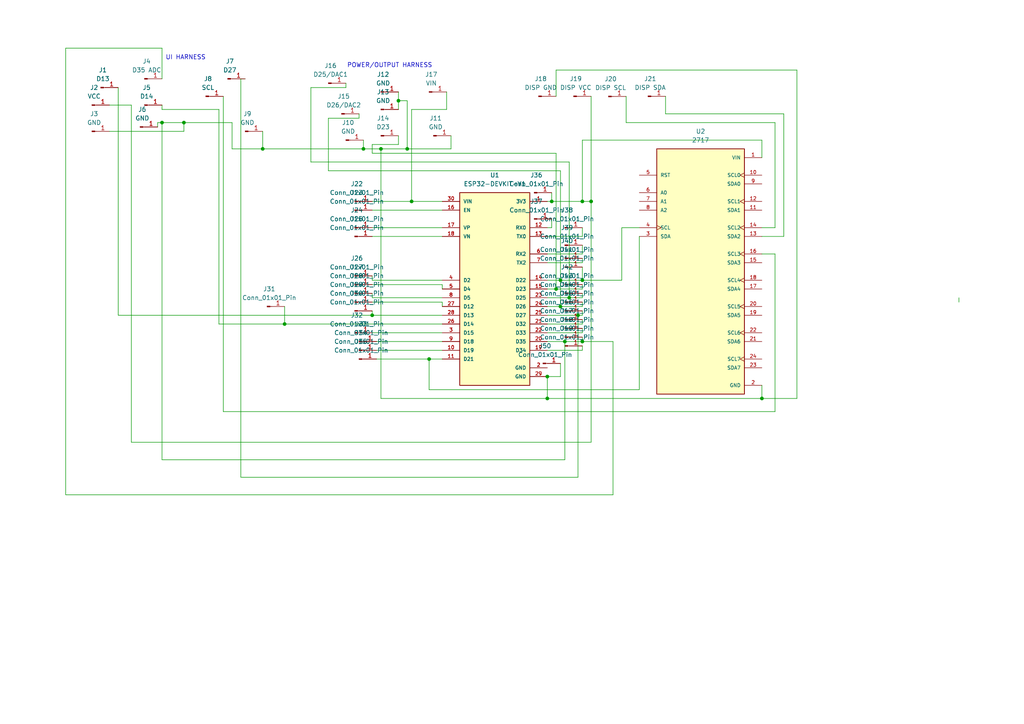
<source format=kicad_sch>
(kicad_sch
	(version 20231120)
	(generator "eeschema")
	(generator_version "8.0")
	(uuid "45ce55d1-ba27-4440-9a0b-25541a06b832")
	(paper "A4")
	(lib_symbols
		(symbol "Connector:Conn_01x01_Pin"
			(pin_names
				(offset 1.016) hide)
			(exclude_from_sim no)
			(in_bom yes)
			(on_board yes)
			(property "Reference" "J"
				(at 0 2.54 0)
				(effects
					(font
						(size 1.27 1.27)
					)
				)
			)
			(property "Value" "Conn_01x01_Pin"
				(at 0 -2.54 0)
				(effects
					(font
						(size 1.27 1.27)
					)
				)
			)
			(property "Footprint" ""
				(at 0 0 0)
				(effects
					(font
						(size 1.27 1.27)
					)
					(hide yes)
				)
			)
			(property "Datasheet" "~"
				(at 0 0 0)
				(effects
					(font
						(size 1.27 1.27)
					)
					(hide yes)
				)
			)
			(property "Description" "Generic connector, single row, 01x01, script generated"
				(at 0 0 0)
				(effects
					(font
						(size 1.27 1.27)
					)
					(hide yes)
				)
			)
			(property "ki_locked" ""
				(at 0 0 0)
				(effects
					(font
						(size 1.27 1.27)
					)
				)
			)
			(property "ki_keywords" "connector"
				(at 0 0 0)
				(effects
					(font
						(size 1.27 1.27)
					)
					(hide yes)
				)
			)
			(property "ki_fp_filters" "Connector*:*_1x??_*"
				(at 0 0 0)
				(effects
					(font
						(size 1.27 1.27)
					)
					(hide yes)
				)
			)
			(symbol "Conn_01x01_Pin_1_1"
				(polyline
					(pts
						(xy 1.27 0) (xy 0.8636 0)
					)
					(stroke
						(width 0.1524)
						(type default)
					)
					(fill
						(type none)
					)
				)
				(rectangle
					(start 0.8636 0.127)
					(end 0 -0.127)
					(stroke
						(width 0.1524)
						(type default)
					)
					(fill
						(type outline)
					)
				)
				(pin passive line
					(at 5.08 0 180)
					(length 3.81)
					(name "Pin_1"
						(effects
							(font
								(size 1.27 1.27)
							)
						)
					)
					(number "1"
						(effects
							(font
								(size 1.27 1.27)
							)
						)
					)
				)
			)
		)
		(symbol "esp32SD:ESP32-DEVKIT-V1"
			(pin_names
				(offset 1.016)
			)
			(exclude_from_sim no)
			(in_bom yes)
			(on_board yes)
			(property "Reference" "U1"
				(at 0 33.02 0)
				(effects
					(font
						(size 1.27 1.27)
					)
				)
			)
			(property "Value" "ESP32-DEVKIT-V1"
				(at 0 30.48 0)
				(effects
					(font
						(size 1.27 1.27)
					)
				)
			)
			(property "Footprint" "esp32d2:MODULE_ESP32_DEVKIT_V1"
				(at 0 0 0)
				(effects
					(font
						(size 1.27 1.27)
					)
					(justify bottom)
					(hide yes)
				)
			)
			(property "Datasheet" ""
				(at 0 0 0)
				(effects
					(font
						(size 1.27 1.27)
					)
					(hide yes)
				)
			)
			(property "Description" ""
				(at 0 0 0)
				(effects
					(font
						(size 1.27 1.27)
					)
					(hide yes)
				)
			)
			(property "MF" "Do it"
				(at 0 0 0)
				(effects
					(font
						(size 1.27 1.27)
					)
					(justify bottom)
					(hide yes)
				)
			)
			(property "MAXIMUM_PACKAGE_HEIGHT" "6.8 mm"
				(at 0 0 0)
				(effects
					(font
						(size 1.27 1.27)
					)
					(justify bottom)
					(hide yes)
				)
			)
			(property "Package" "None"
				(at 0 0 0)
				(effects
					(font
						(size 1.27 1.27)
					)
					(justify bottom)
					(hide yes)
				)
			)
			(property "Price" "None"
				(at 0 0 0)
				(effects
					(font
						(size 1.27 1.27)
					)
					(justify bottom)
					(hide yes)
				)
			)
			(property "Check_prices" "https://www.snapeda.com/parts/ESP32-DEVKIT-V1/Do+it/view-part/?ref=eda"
				(at 0 0 0)
				(effects
					(font
						(size 1.27 1.27)
					)
					(justify bottom)
					(hide yes)
				)
			)
			(property "STANDARD" "Manufacturer Recommendations"
				(at 0 0 0)
				(effects
					(font
						(size 1.27 1.27)
					)
					(justify bottom)
					(hide yes)
				)
			)
			(property "PARTREV" "N/A"
				(at 0 0 0)
				(effects
					(font
						(size 1.27 1.27)
					)
					(justify bottom)
					(hide yes)
				)
			)
			(property "SnapEDA_Link" "https://www.snapeda.com/parts/ESP32-DEVKIT-V1/Do+it/view-part/?ref=snap"
				(at 0 0 0)
				(effects
					(font
						(size 1.27 1.27)
					)
					(justify bottom)
					(hide yes)
				)
			)
			(property "MP" "ESP32-DEVKIT-V1"
				(at 0 0 0)
				(effects
					(font
						(size 1.27 1.27)
					)
					(justify bottom)
					(hide yes)
				)
			)
			(property "Description_1" "\n                        \n                            Dual core, Wi-Fi: 2.4 GHz up to 150 Mbits/s,BLE (Bluetooth Low Energy) and legacy Bluetooth, 32 bits, Up to 240 MHz\n                        \n"
				(at 0 0 0)
				(effects
					(font
						(size 1.27 1.27)
					)
					(justify bottom)
					(hide yes)
				)
			)
			(property "Availability" "Not in stock"
				(at 0 0 0)
				(effects
					(font
						(size 1.27 1.27)
					)
					(justify bottom)
					(hide yes)
				)
			)
			(property "MANUFACTURER" "DOIT"
				(at 0 0 0)
				(effects
					(font
						(size 1.27 1.27)
					)
					(justify bottom)
					(hide yes)
				)
			)
			(symbol "ESP32-DEVKIT-V1_0_0"
				(rectangle
					(start -10.16 -27.94)
					(end 10.16 27.94)
					(stroke
						(width 0.254)
						(type default)
					)
					(fill
						(type background)
					)
				)
				(pin output line
					(at 15.24 25.4 180)
					(length 5.08)
					(name "3V3"
						(effects
							(font
								(size 1.016 1.016)
							)
						)
					)
					(number "1"
						(effects
							(font
								(size 1.016 1.016)
							)
						)
					)
				)
				(pin bidirectional line
					(at -15.24 -17.78 0)
					(length 5.08)
					(name "D19"
						(effects
							(font
								(size 1.016 1.016)
							)
						)
					)
					(number "10"
						(effects
							(font
								(size 1.016 1.016)
							)
						)
					)
				)
				(pin bidirectional line
					(at -15.24 -20.32 0)
					(length 5.08)
					(name "D21"
						(effects
							(font
								(size 1.016 1.016)
							)
						)
					)
					(number "11"
						(effects
							(font
								(size 1.016 1.016)
							)
						)
					)
				)
				(pin input line
					(at 15.24 17.78 180)
					(length 5.08)
					(name "RX0"
						(effects
							(font
								(size 1.016 1.016)
							)
						)
					)
					(number "12"
						(effects
							(font
								(size 1.016 1.016)
							)
						)
					)
				)
				(pin output line
					(at 15.24 15.24 180)
					(length 5.08)
					(name "TX0"
						(effects
							(font
								(size 1.016 1.016)
							)
						)
					)
					(number "13"
						(effects
							(font
								(size 1.016 1.016)
							)
						)
					)
				)
				(pin bidirectional line
					(at 15.24 2.54 180)
					(length 5.08)
					(name "D22"
						(effects
							(font
								(size 1.016 1.016)
							)
						)
					)
					(number "14"
						(effects
							(font
								(size 1.016 1.016)
							)
						)
					)
				)
				(pin bidirectional line
					(at 15.24 0 180)
					(length 5.08)
					(name "D23"
						(effects
							(font
								(size 1.016 1.016)
							)
						)
					)
					(number "15"
						(effects
							(font
								(size 1.016 1.016)
							)
						)
					)
				)
				(pin input line
					(at -15.24 22.86 0)
					(length 5.08)
					(name "EN"
						(effects
							(font
								(size 1.016 1.016)
							)
						)
					)
					(number "16"
						(effects
							(font
								(size 1.016 1.016)
							)
						)
					)
				)
				(pin bidirectional line
					(at -15.24 17.78 0)
					(length 5.08)
					(name "VP"
						(effects
							(font
								(size 1.016 1.016)
							)
						)
					)
					(number "17"
						(effects
							(font
								(size 1.016 1.016)
							)
						)
					)
				)
				(pin bidirectional line
					(at -15.24 15.24 0)
					(length 5.08)
					(name "VN"
						(effects
							(font
								(size 1.016 1.016)
							)
						)
					)
					(number "18"
						(effects
							(font
								(size 1.016 1.016)
							)
						)
					)
				)
				(pin bidirectional line
					(at 15.24 -17.78 180)
					(length 5.08)
					(name "D34"
						(effects
							(font
								(size 1.016 1.016)
							)
						)
					)
					(number "19"
						(effects
							(font
								(size 1.016 1.016)
							)
						)
					)
				)
				(pin power_in line
					(at 15.24 -22.86 180)
					(length 5.08)
					(name "GND"
						(effects
							(font
								(size 1.016 1.016)
							)
						)
					)
					(number "2"
						(effects
							(font
								(size 1.016 1.016)
							)
						)
					)
				)
				(pin bidirectional line
					(at 15.24 -15.24 180)
					(length 5.08)
					(name "D35"
						(effects
							(font
								(size 1.016 1.016)
							)
						)
					)
					(number "20"
						(effects
							(font
								(size 1.016 1.016)
							)
						)
					)
				)
				(pin bidirectional line
					(at 15.24 -10.16 180)
					(length 5.08)
					(name "D32"
						(effects
							(font
								(size 1.016 1.016)
							)
						)
					)
					(number "21"
						(effects
							(font
								(size 1.016 1.016)
							)
						)
					)
				)
				(pin bidirectional line
					(at 15.24 -12.7 180)
					(length 5.08)
					(name "D33"
						(effects
							(font
								(size 1.016 1.016)
							)
						)
					)
					(number "22"
						(effects
							(font
								(size 1.016 1.016)
							)
						)
					)
				)
				(pin bidirectional line
					(at 15.24 -2.54 180)
					(length 5.08)
					(name "D25"
						(effects
							(font
								(size 1.016 1.016)
							)
						)
					)
					(number "23"
						(effects
							(font
								(size 1.016 1.016)
							)
						)
					)
				)
				(pin bidirectional line
					(at 15.24 -5.08 180)
					(length 5.08)
					(name "D26"
						(effects
							(font
								(size 1.016 1.016)
							)
						)
					)
					(number "24"
						(effects
							(font
								(size 1.016 1.016)
							)
						)
					)
				)
				(pin bidirectional line
					(at 15.24 -7.62 180)
					(length 5.08)
					(name "D27"
						(effects
							(font
								(size 1.016 1.016)
							)
						)
					)
					(number "25"
						(effects
							(font
								(size 1.016 1.016)
							)
						)
					)
				)
				(pin bidirectional line
					(at -15.24 -10.16 0)
					(length 5.08)
					(name "D14"
						(effects
							(font
								(size 1.016 1.016)
							)
						)
					)
					(number "26"
						(effects
							(font
								(size 1.016 1.016)
							)
						)
					)
				)
				(pin bidirectional line
					(at -15.24 -5.08 0)
					(length 5.08)
					(name "D12"
						(effects
							(font
								(size 1.016 1.016)
							)
						)
					)
					(number "27"
						(effects
							(font
								(size 1.016 1.016)
							)
						)
					)
				)
				(pin bidirectional line
					(at -15.24 -7.62 0)
					(length 5.08)
					(name "D13"
						(effects
							(font
								(size 1.016 1.016)
							)
						)
					)
					(number "28"
						(effects
							(font
								(size 1.016 1.016)
							)
						)
					)
				)
				(pin power_in line
					(at 15.24 -25.4 180)
					(length 5.08)
					(name "GND"
						(effects
							(font
								(size 1.016 1.016)
							)
						)
					)
					(number "29"
						(effects
							(font
								(size 1.016 1.016)
							)
						)
					)
				)
				(pin bidirectional line
					(at -15.24 -12.7 0)
					(length 5.08)
					(name "D15"
						(effects
							(font
								(size 1.016 1.016)
							)
						)
					)
					(number "3"
						(effects
							(font
								(size 1.016 1.016)
							)
						)
					)
				)
				(pin input line
					(at -15.24 25.4 0)
					(length 5.08)
					(name "VIN"
						(effects
							(font
								(size 1.016 1.016)
							)
						)
					)
					(number "30"
						(effects
							(font
								(size 1.016 1.016)
							)
						)
					)
				)
				(pin bidirectional line
					(at -15.24 2.54 0)
					(length 5.08)
					(name "D2"
						(effects
							(font
								(size 1.016 1.016)
							)
						)
					)
					(number "4"
						(effects
							(font
								(size 1.016 1.016)
							)
						)
					)
				)
				(pin bidirectional line
					(at -15.24 0 0)
					(length 5.08)
					(name "D4"
						(effects
							(font
								(size 1.016 1.016)
							)
						)
					)
					(number "5"
						(effects
							(font
								(size 1.016 1.016)
							)
						)
					)
				)
				(pin input line
					(at 15.24 10.16 180)
					(length 5.08)
					(name "RX2"
						(effects
							(font
								(size 1.016 1.016)
							)
						)
					)
					(number "6"
						(effects
							(font
								(size 1.016 1.016)
							)
						)
					)
				)
				(pin output line
					(at 15.24 7.62 180)
					(length 5.08)
					(name "TX2"
						(effects
							(font
								(size 1.016 1.016)
							)
						)
					)
					(number "7"
						(effects
							(font
								(size 1.016 1.016)
							)
						)
					)
				)
				(pin bidirectional line
					(at -15.24 -2.54 0)
					(length 5.08)
					(name "D5"
						(effects
							(font
								(size 1.016 1.016)
							)
						)
					)
					(number "8"
						(effects
							(font
								(size 1.016 1.016)
							)
						)
					)
				)
				(pin bidirectional line
					(at -15.24 -15.24 0)
					(length 5.08)
					(name "D18"
						(effects
							(font
								(size 1.016 1.016)
							)
						)
					)
					(number "9"
						(effects
							(font
								(size 1.016 1.016)
							)
						)
					)
				)
			)
		)
		(symbol "tca9548a:2717"
			(pin_names
				(offset 1.016)
			)
			(exclude_from_sim no)
			(in_bom yes)
			(on_board yes)
			(property "Reference" "U"
				(at -12.7 36.322 0)
				(effects
					(font
						(size 1.27 1.27)
					)
					(justify left bottom)
				)
			)
			(property "Value" "2717"
				(at -12.7 -38.1 0)
				(effects
					(font
						(size 1.27 1.27)
					)
					(justify left bottom)
				)
			)
			(property "Footprint" "2717:MODULE_2717"
				(at 0 0 0)
				(effects
					(font
						(size 1.27 1.27)
					)
					(justify bottom)
					(hide yes)
				)
			)
			(property "Datasheet" ""
				(at 0 0 0)
				(effects
					(font
						(size 1.27 1.27)
					)
					(hide yes)
				)
			)
			(property "Description" ""
				(at 0 0 0)
				(effects
					(font
						(size 1.27 1.27)
					)
					(hide yes)
				)
			)
			(property "MF" "Adafruit"
				(at 0 0 0)
				(effects
					(font
						(size 1.27 1.27)
					)
					(justify bottom)
					(hide yes)
				)
			)
			(property "MAXIMUM_PACKAGE_HEIGHT" "2.7mm"
				(at 0 0 0)
				(effects
					(font
						(size 1.27 1.27)
					)
					(justify bottom)
					(hide yes)
				)
			)
			(property "Package" "None"
				(at 0 0 0)
				(effects
					(font
						(size 1.27 1.27)
					)
					(justify bottom)
					(hide yes)
				)
			)
			(property "Price" "None"
				(at 0 0 0)
				(effects
					(font
						(size 1.27 1.27)
					)
					(justify bottom)
					(hide yes)
				)
			)
			(property "Check_prices" "https://www.snapeda.com/parts/2717/Adafruit+Industries/view-part/?ref=eda"
				(at 0 0 0)
				(effects
					(font
						(size 1.27 1.27)
					)
					(justify bottom)
					(hide yes)
				)
			)
			(property "STANDARD" "Manufacturer Recommendations"
				(at 0 0 0)
				(effects
					(font
						(size 1.27 1.27)
					)
					(justify bottom)
					(hide yes)
				)
			)
			(property "PARTREV" "Sep 11, 2015"
				(at 0 0 0)
				(effects
					(font
						(size 1.27 1.27)
					)
					(justify bottom)
					(hide yes)
				)
			)
			(property "SnapEDA_Link" "https://www.snapeda.com/parts/2717/Adafruit+Industries/view-part/?ref=snap"
				(at 0 0 0)
				(effects
					(font
						(size 1.27 1.27)
					)
					(justify bottom)
					(hide yes)
				)
			)
			(property "MP" "2717"
				(at 0 0 0)
				(effects
					(font
						(size 1.27 1.27)
					)
					(justify bottom)
					(hide yes)
				)
			)
			(property "Description_1" "\n                        \n                            Module: multiplexer; I2C interface multiplexer; TCA9548A; 3÷5VDC\n                        \n"
				(at 0 0 0)
				(effects
					(font
						(size 1.27 1.27)
					)
					(justify bottom)
					(hide yes)
				)
			)
			(property "MANUFACTURER" "Adafruit"
				(at 0 0 0)
				(effects
					(font
						(size 1.27 1.27)
					)
					(justify bottom)
					(hide yes)
				)
			)
			(property "Availability" "In Stock"
				(at 0 0 0)
				(effects
					(font
						(size 1.27 1.27)
					)
					(justify bottom)
					(hide yes)
				)
			)
			(property "SNAPEDA_PN" "2717"
				(at 0 0 0)
				(effects
					(font
						(size 1.27 1.27)
					)
					(justify bottom)
					(hide yes)
				)
			)
			(symbol "2717_0_0"
				(rectangle
					(start -12.7 -35.56)
					(end 12.7 35.56)
					(stroke
						(width 0.254)
						(type default)
					)
					(fill
						(type background)
					)
				)
				(pin power_in line
					(at 17.78 33.02 180)
					(length 5.08)
					(name "VIN"
						(effects
							(font
								(size 1.016 1.016)
							)
						)
					)
					(number "1"
						(effects
							(font
								(size 1.016 1.016)
							)
						)
					)
				)
				(pin output clock
					(at 17.78 27.94 180)
					(length 5.08)
					(name "SCL0"
						(effects
							(font
								(size 1.016 1.016)
							)
						)
					)
					(number "10"
						(effects
							(font
								(size 1.016 1.016)
							)
						)
					)
				)
				(pin bidirectional line
					(at 17.78 17.78 180)
					(length 5.08)
					(name "SDA1"
						(effects
							(font
								(size 1.016 1.016)
							)
						)
					)
					(number "11"
						(effects
							(font
								(size 1.016 1.016)
							)
						)
					)
				)
				(pin output clock
					(at 17.78 20.32 180)
					(length 5.08)
					(name "SCL1"
						(effects
							(font
								(size 1.016 1.016)
							)
						)
					)
					(number "12"
						(effects
							(font
								(size 1.016 1.016)
							)
						)
					)
				)
				(pin bidirectional line
					(at 17.78 10.16 180)
					(length 5.08)
					(name "SDA2"
						(effects
							(font
								(size 1.016 1.016)
							)
						)
					)
					(number "13"
						(effects
							(font
								(size 1.016 1.016)
							)
						)
					)
				)
				(pin output clock
					(at 17.78 12.7 180)
					(length 5.08)
					(name "SCL2"
						(effects
							(font
								(size 1.016 1.016)
							)
						)
					)
					(number "14"
						(effects
							(font
								(size 1.016 1.016)
							)
						)
					)
				)
				(pin bidirectional line
					(at 17.78 2.54 180)
					(length 5.08)
					(name "SDA3"
						(effects
							(font
								(size 1.016 1.016)
							)
						)
					)
					(number "15"
						(effects
							(font
								(size 1.016 1.016)
							)
						)
					)
				)
				(pin output clock
					(at 17.78 5.08 180)
					(length 5.08)
					(name "SCL3"
						(effects
							(font
								(size 1.016 1.016)
							)
						)
					)
					(number "16"
						(effects
							(font
								(size 1.016 1.016)
							)
						)
					)
				)
				(pin bidirectional line
					(at 17.78 -5.08 180)
					(length 5.08)
					(name "SDA4"
						(effects
							(font
								(size 1.016 1.016)
							)
						)
					)
					(number "17"
						(effects
							(font
								(size 1.016 1.016)
							)
						)
					)
				)
				(pin output clock
					(at 17.78 -2.54 180)
					(length 5.08)
					(name "SCL4"
						(effects
							(font
								(size 1.016 1.016)
							)
						)
					)
					(number "18"
						(effects
							(font
								(size 1.016 1.016)
							)
						)
					)
				)
				(pin bidirectional line
					(at 17.78 -12.7 180)
					(length 5.08)
					(name "SDA5"
						(effects
							(font
								(size 1.016 1.016)
							)
						)
					)
					(number "19"
						(effects
							(font
								(size 1.016 1.016)
							)
						)
					)
				)
				(pin power_in line
					(at 17.78 -33.02 180)
					(length 5.08)
					(name "GND"
						(effects
							(font
								(size 1.016 1.016)
							)
						)
					)
					(number "2"
						(effects
							(font
								(size 1.016 1.016)
							)
						)
					)
				)
				(pin output clock
					(at 17.78 -10.16 180)
					(length 5.08)
					(name "SCL5"
						(effects
							(font
								(size 1.016 1.016)
							)
						)
					)
					(number "20"
						(effects
							(font
								(size 1.016 1.016)
							)
						)
					)
				)
				(pin bidirectional line
					(at 17.78 -20.32 180)
					(length 5.08)
					(name "SDA6"
						(effects
							(font
								(size 1.016 1.016)
							)
						)
					)
					(number "21"
						(effects
							(font
								(size 1.016 1.016)
							)
						)
					)
				)
				(pin output clock
					(at 17.78 -17.78 180)
					(length 5.08)
					(name "SCL6"
						(effects
							(font
								(size 1.016 1.016)
							)
						)
					)
					(number "22"
						(effects
							(font
								(size 1.016 1.016)
							)
						)
					)
				)
				(pin bidirectional line
					(at 17.78 -27.94 180)
					(length 5.08)
					(name "SDA7"
						(effects
							(font
								(size 1.016 1.016)
							)
						)
					)
					(number "23"
						(effects
							(font
								(size 1.016 1.016)
							)
						)
					)
				)
				(pin output clock
					(at 17.78 -25.4 180)
					(length 5.08)
					(name "SCL7"
						(effects
							(font
								(size 1.016 1.016)
							)
						)
					)
					(number "24"
						(effects
							(font
								(size 1.016 1.016)
							)
						)
					)
				)
				(pin bidirectional line
					(at -17.78 10.16 0)
					(length 5.08)
					(name "SDA"
						(effects
							(font
								(size 1.016 1.016)
							)
						)
					)
					(number "3"
						(effects
							(font
								(size 1.016 1.016)
							)
						)
					)
				)
				(pin input clock
					(at -17.78 12.7 0)
					(length 5.08)
					(name "SCL"
						(effects
							(font
								(size 1.016 1.016)
							)
						)
					)
					(number "4"
						(effects
							(font
								(size 1.016 1.016)
							)
						)
					)
				)
				(pin input line
					(at -17.78 27.94 0)
					(length 5.08)
					(name "RST"
						(effects
							(font
								(size 1.016 1.016)
							)
						)
					)
					(number "5"
						(effects
							(font
								(size 1.016 1.016)
							)
						)
					)
				)
				(pin input line
					(at -17.78 22.86 0)
					(length 5.08)
					(name "A0"
						(effects
							(font
								(size 1.016 1.016)
							)
						)
					)
					(number "6"
						(effects
							(font
								(size 1.016 1.016)
							)
						)
					)
				)
				(pin input line
					(at -17.78 20.32 0)
					(length 5.08)
					(name "A1"
						(effects
							(font
								(size 1.016 1.016)
							)
						)
					)
					(number "7"
						(effects
							(font
								(size 1.016 1.016)
							)
						)
					)
				)
				(pin input line
					(at -17.78 17.78 0)
					(length 5.08)
					(name "A2"
						(effects
							(font
								(size 1.016 1.016)
							)
						)
					)
					(number "8"
						(effects
							(font
								(size 1.016 1.016)
							)
						)
					)
				)
				(pin bidirectional line
					(at 17.78 25.4 180)
					(length 5.08)
					(name "SDA0"
						(effects
							(font
								(size 1.016 1.016)
							)
						)
					)
					(number "9"
						(effects
							(font
								(size 1.016 1.016)
							)
						)
					)
				)
			)
		)
	)
	(junction
		(at 158.75 109.22)
		(diameter 0)
		(color 0 0 0 0)
		(uuid "056f75a7-8465-43b8-9d77-f9403c7e6a2d")
	)
	(junction
		(at 119.38 58.42)
		(diameter 0)
		(color 0 0 0 0)
		(uuid "0b220c77-9637-47cd-94f4-81f5c323dfeb")
	)
	(junction
		(at 115.57 29.21)
		(diameter 0)
		(color 0 0 0 0)
		(uuid "205c202d-da55-418d-be57-0c4bfc6d3505")
	)
	(junction
		(at 82.55 93.98)
		(diameter 0)
		(color 0 0 0 0)
		(uuid "3bdf9980-8b13-4c59-8304-3b5546500bfc")
	)
	(junction
		(at 167.64 91.44)
		(diameter 0)
		(color 0 0 0 0)
		(uuid "3bf6c047-217a-4e73-ba10-d07fee00b872")
	)
	(junction
		(at 107.95 91.44)
		(diameter 0)
		(color 0 0 0 0)
		(uuid "525496bf-e08b-47df-a3f6-d0856d698670")
	)
	(junction
		(at 53.34 35.56)
		(diameter 0)
		(color 0 0 0 0)
		(uuid "63fd03a2-7a50-4c10-b7e1-ebbd7f19ab76")
	)
	(junction
		(at 168.91 58.42)
		(diameter 0)
		(color 0 0 0 0)
		(uuid "6711895a-846b-484b-8606-f6da16985301")
	)
	(junction
		(at 162.56 88.9)
		(diameter 0)
		(color 0 0 0 0)
		(uuid "83ae91d2-4fce-4990-9b2b-b4e210698b38")
	)
	(junction
		(at 171.45 58.42)
		(diameter 0)
		(color 0 0 0 0)
		(uuid "8c7cd104-c5cc-4a69-935f-b2e3d8764b51")
	)
	(junction
		(at 46.99 35.56)
		(diameter 0)
		(color 0 0 0 0)
		(uuid "8f2ee44a-b3d5-423a-9f9a-9936f4c619b3")
	)
	(junction
		(at 124.46 104.14)
		(diameter 0)
		(color 0 0 0 0)
		(uuid "9a11b440-e93a-45d6-9a4a-1365d13dff67")
	)
	(junction
		(at 160.02 58.42)
		(diameter 0)
		(color 0 0 0 0)
		(uuid "9c77c0ff-c833-494a-9654-3e06210f4401")
	)
	(junction
		(at 118.11 43.18)
		(diameter 0)
		(color 0 0 0 0)
		(uuid "a1a69a73-18af-4066-9648-e19b9507a351")
	)
	(junction
		(at 161.29 83.82)
		(diameter 0)
		(color 0 0 0 0)
		(uuid "a5d05feb-c58f-42a9-baf5-55be0bc0c285")
	)
	(junction
		(at 76.2 43.18)
		(diameter 0)
		(color 0 0 0 0)
		(uuid "acaf23fe-79a4-43f9-996b-8d1ee3999cac")
	)
	(junction
		(at 110.49 43.18)
		(diameter 0)
		(color 0 0 0 0)
		(uuid "bc5bc84b-fa1f-40c1-91eb-50ed79323b16")
	)
	(junction
		(at 105.41 43.18)
		(diameter 0)
		(color 0 0 0 0)
		(uuid "c3b1fcf3-c9d6-498b-aa60-1134b65f29af")
	)
	(junction
		(at 163.83 99.06)
		(diameter 0)
		(color 0 0 0 0)
		(uuid "c750c063-ba6e-47f5-b6c9-9468b88cb67c")
	)
	(junction
		(at 165.1 86.36)
		(diameter 0)
		(color 0 0 0 0)
		(uuid "cb863d99-c343-4b23-b1e9-7d19cf845254")
	)
	(junction
		(at 168.91 99.06)
		(diameter 0)
		(color 0 0 0 0)
		(uuid "d07b8267-0ba9-4848-9cef-f5987d46d545")
	)
	(junction
		(at 168.91 81.28)
		(diameter 0)
		(color 0 0 0 0)
		(uuid "e083643a-e42e-44f6-a7ca-7178b953a106")
	)
	(junction
		(at 158.75 115.57)
		(diameter 0)
		(color 0 0 0 0)
		(uuid "e7d86fc4-9bed-4d3f-b60a-cc7daf91338e")
	)
	(junction
		(at 162.56 81.28)
		(diameter 0)
		(color 0 0 0 0)
		(uuid "e9a34cd7-0ea3-401b-939f-12b9ffe77c0e")
	)
	(junction
		(at 220.98 115.57)
		(diameter 0)
		(color 0 0 0 0)
		(uuid "fc19932b-fcfb-4462-8d6c-69b8c1ed5852")
	)
	(wire
		(pts
			(xy 90.17 46.99) (xy 165.1 46.99)
		)
		(stroke
			(width 0)
			(type default)
		)
		(uuid "00da70b3-0636-4017-80d9-5f084cae595f")
	)
	(wire
		(pts
			(xy 46.99 13.97) (xy 19.05 13.97)
		)
		(stroke
			(width 0)
			(type default)
		)
		(uuid "03261bbd-e7a4-4ddb-b1fb-cb2c36184f11")
	)
	(wire
		(pts
			(xy 160.02 66.04) (xy 158.75 66.04)
		)
		(stroke
			(width 0)
			(type default)
		)
		(uuid "05c6e7b1-366e-4435-ba34-aefa9977146a")
	)
	(wire
		(pts
			(xy 161.29 83.82) (xy 158.75 83.82)
		)
		(stroke
			(width 0)
			(type default)
		)
		(uuid "08fc47cd-6e0d-4661-95bb-70441a8d91d9")
	)
	(wire
		(pts
			(xy 31.75 30.48) (xy 38.1 30.48)
		)
		(stroke
			(width 0)
			(type default)
		)
		(uuid "0a5d2da1-6759-4dba-a536-3d3b108a4f54")
	)
	(wire
		(pts
			(xy 160.02 55.88) (xy 160.02 58.42)
		)
		(stroke
			(width 0)
			(type default)
		)
		(uuid "0d53130a-ab73-4ca2-adae-58a06d31d9b7")
	)
	(wire
		(pts
			(xy 165.1 86.36) (xy 158.75 86.36)
		)
		(stroke
			(width 0)
			(type default)
		)
		(uuid "1029c05d-838e-43c9-bd99-daffa8416b05")
	)
	(wire
		(pts
			(xy 128.27 86.36) (xy 107.95 86.36)
		)
		(stroke
			(width 0)
			(type default)
		)
		(uuid "1271a9c0-6f36-40d7-8022-09b129a2e507")
	)
	(wire
		(pts
			(xy 63.5 31.75) (xy 46.99 31.75)
		)
		(stroke
			(width 0)
			(type default)
		)
		(uuid "1286f29d-0a74-49d5-bacf-a9755d5acebf")
	)
	(wire
		(pts
			(xy 220.98 66.04) (xy 224.79 66.04)
		)
		(stroke
			(width 0)
			(type default)
		)
		(uuid "141d2198-6660-4529-8ee9-f83746dcd7d9")
	)
	(wire
		(pts
			(xy 180.34 66.04) (xy 185.42 66.04)
		)
		(stroke
			(width 0)
			(type default)
		)
		(uuid "142bf5bb-9ca5-481e-a0f6-ab65c9bb1037")
	)
	(wire
		(pts
			(xy 107.95 81.28) (xy 107.95 80.01)
		)
		(stroke
			(width 0)
			(type default)
		)
		(uuid "1a3271b3-df81-4271-bfe9-7ac77279a4ba")
	)
	(wire
		(pts
			(xy 168.91 93.98) (xy 158.75 93.98)
		)
		(stroke
			(width 0)
			(type default)
		)
		(uuid "1bec3654-e324-4afe-8c20-68e6bb328efd")
	)
	(wire
		(pts
			(xy 162.56 49.53) (xy 162.56 81.28)
		)
		(stroke
			(width 0)
			(type default)
		)
		(uuid "1c17dbcc-a8f0-48bb-9354-d5c3bfe49182")
	)
	(wire
		(pts
			(xy 107.95 91.44) (xy 128.27 91.44)
		)
		(stroke
			(width 0)
			(type default)
		)
		(uuid "1c705e9d-3c01-4bb2-a0b5-878cbec0bbde")
	)
	(wire
		(pts
			(xy 119.38 58.42) (xy 128.27 58.42)
		)
		(stroke
			(width 0)
			(type default)
		)
		(uuid "1d75ba9c-63bd-4778-a27c-ee692c2c64e7")
	)
	(wire
		(pts
			(xy 100.33 25.4) (xy 100.33 24.13)
		)
		(stroke
			(width 0)
			(type default)
		)
		(uuid "1e4a8c78-3c9c-4d13-b99a-459492cd57ac")
	)
	(wire
		(pts
			(xy 224.79 73.66) (xy 220.98 73.66)
		)
		(stroke
			(width 0)
			(type default)
		)
		(uuid "1f638748-a5f1-4646-bab3-9366d76f6077")
	)
	(wire
		(pts
			(xy 168.91 99.06) (xy 163.83 99.06)
		)
		(stroke
			(width 0)
			(type default)
		)
		(uuid "21ed3651-5b78-4b1b-a03e-b3eb3327622f")
	)
	(wire
		(pts
			(xy 128.27 87.63) (xy 128.27 88.9)
		)
		(stroke
			(width 0)
			(type default)
		)
		(uuid "23eb76a1-bdf6-4cb0-a258-e295339c8288")
	)
	(wire
		(pts
			(xy 63.5 93.98) (xy 82.55 93.98)
		)
		(stroke
			(width 0)
			(type default)
		)
		(uuid "240e2b9f-4002-42b1-8a42-49f171ca7b4d")
	)
	(wire
		(pts
			(xy 168.91 71.12) (xy 168.91 73.66)
		)
		(stroke
			(width 0)
			(type default)
		)
		(uuid "2568bb96-eacc-4bfe-b97f-68b74295a811")
	)
	(wire
		(pts
			(xy 161.29 20.32) (xy 231.14 20.32)
		)
		(stroke
			(width 0)
			(type default)
		)
		(uuid "270b5260-962c-4a7b-9b74-20451afddc40")
	)
	(wire
		(pts
			(xy 63.5 31.75) (xy 63.5 93.98)
		)
		(stroke
			(width 0)
			(type default)
		)
		(uuid "278585ff-dea6-4150-b332-041ae1743411")
	)
	(wire
		(pts
			(xy 193.04 33.02) (xy 193.04 27.94)
		)
		(stroke
			(width 0)
			(type default)
		)
		(uuid "2b01f08f-db0e-40f9-9151-f22d82ebf10f")
	)
	(wire
		(pts
			(xy 220.98 111.76) (xy 220.98 115.57)
		)
		(stroke
			(width 0)
			(type default)
		)
		(uuid "35b9c444-c7fe-4a76-99df-ad0bd3125083")
	)
	(wire
		(pts
			(xy 109.22 99.06) (xy 128.27 99.06)
		)
		(stroke
			(width 0)
			(type default)
		)
		(uuid "37d440b6-7aa0-4ad1-9870-32c7abd2d362")
	)
	(wire
		(pts
			(xy 124.46 113.03) (xy 185.42 113.03)
		)
		(stroke
			(width 0)
			(type default)
		)
		(uuid "385bdf42-bcb6-4c18-8da0-683ed4cebc41")
	)
	(wire
		(pts
			(xy 161.29 44.45) (xy 161.29 83.82)
		)
		(stroke
			(width 0)
			(type default)
		)
		(uuid "3b8295a0-f8c7-4212-8126-224ddb37b8e3")
	)
	(wire
		(pts
			(xy 163.83 133.35) (xy 163.83 99.06)
		)
		(stroke
			(width 0)
			(type default)
		)
		(uuid "3d676d9d-0fa6-4ee5-96f8-8c06bc45cca6")
	)
	(wire
		(pts
			(xy 67.31 43.18) (xy 76.2 43.18)
		)
		(stroke
			(width 0)
			(type default)
		)
		(uuid "3f986f20-414c-47e5-8cbc-0bcc8f13a98d")
	)
	(wire
		(pts
			(xy 46.99 35.56) (xy 46.99 133.35)
		)
		(stroke
			(width 0)
			(type default)
		)
		(uuid "3fc9427f-5b9d-4ac9-aa30-483c5c5b063f")
	)
	(wire
		(pts
			(xy 168.91 87.63) (xy 168.91 88.9)
		)
		(stroke
			(width 0)
			(type default)
		)
		(uuid "4053c818-ed9c-4e74-b13b-7913ed881ca0")
	)
	(wire
		(pts
			(xy 76.2 38.1) (xy 76.2 43.18)
		)
		(stroke
			(width 0)
			(type default)
		)
		(uuid "407f39c5-960a-4eb4-93fb-eb9065a842a6")
	)
	(wire
		(pts
			(xy 181.61 35.56) (xy 181.61 27.94)
		)
		(stroke
			(width 0)
			(type default)
		)
		(uuid "4300e143-f37b-4b7c-958e-70617990d37c")
	)
	(wire
		(pts
			(xy 168.91 81.28) (xy 180.34 81.28)
		)
		(stroke
			(width 0)
			(type default)
		)
		(uuid "43c61baa-973e-4576-97f9-6e54b0cbc801")
	)
	(wire
		(pts
			(xy 115.57 39.37) (xy 115.57 41.91)
		)
		(stroke
			(width 0)
			(type default)
		)
		(uuid "43e5effd-60ad-4387-804b-70320faed492")
	)
	(wire
		(pts
			(xy 227.33 68.58) (xy 220.98 68.58)
		)
		(stroke
			(width 0)
			(type default)
		)
		(uuid "448a1873-5410-4503-bb77-f9585efbb4bc")
	)
	(wire
		(pts
			(xy 115.57 41.91) (xy 107.95 41.91)
		)
		(stroke
			(width 0)
			(type default)
		)
		(uuid "44dbbd02-ef47-4b87-bc69-acb81cb5f52b")
	)
	(wire
		(pts
			(xy 110.49 43.18) (xy 118.11 43.18)
		)
		(stroke
			(width 0)
			(type default)
		)
		(uuid "44f83a16-eb84-40c9-a39b-c49602b23112")
	)
	(wire
		(pts
			(xy 95.25 49.53) (xy 162.56 49.53)
		)
		(stroke
			(width 0)
			(type default)
		)
		(uuid "4685b59a-2981-4a33-be97-9ab301566aef")
	)
	(wire
		(pts
			(xy 168.91 40.64) (xy 168.91 58.42)
		)
		(stroke
			(width 0)
			(type default)
		)
		(uuid "4819a9d2-656f-49cb-9629-5fa0a3ac9830")
	)
	(wire
		(pts
			(xy 162.56 81.28) (xy 158.75 81.28)
		)
		(stroke
			(width 0)
			(type default)
		)
		(uuid "49581c25-fedf-4dde-9b8f-4012071f3ee5")
	)
	(wire
		(pts
			(xy 31.75 38.1) (xy 53.34 38.1)
		)
		(stroke
			(width 0)
			(type default)
		)
		(uuid "4bc8bc3b-b69b-4cb6-a6a5-5282d6d5680a")
	)
	(wire
		(pts
			(xy 162.56 109.22) (xy 158.75 109.22)
		)
		(stroke
			(width 0)
			(type default)
		)
		(uuid "4c6f0d40-ee1a-43ac-9e12-aa81355caba9")
	)
	(wire
		(pts
			(xy 128.27 81.28) (xy 107.95 81.28)
		)
		(stroke
			(width 0)
			(type default)
		)
		(uuid "4dd7c0eb-a7d0-42d4-bb6c-eb5f86be80f0")
	)
	(wire
		(pts
			(xy 168.91 100.33) (xy 168.91 101.6)
		)
		(stroke
			(width 0)
			(type default)
		)
		(uuid "4f2d2346-e30a-433c-9ad7-4bc46a942891")
	)
	(wire
		(pts
			(xy 107.95 58.42) (xy 119.38 58.42)
		)
		(stroke
			(width 0)
			(type default)
		)
		(uuid "4f50112d-30a5-4706-b3ae-6c20a9648990")
	)
	(wire
		(pts
			(xy 69.85 138.43) (xy 167.64 138.43)
		)
		(stroke
			(width 0)
			(type default)
		)
		(uuid "51989acd-ba70-4b01-a14a-2f9ace8baa0a")
	)
	(wire
		(pts
			(xy 118.11 43.18) (xy 118.11 29.21)
		)
		(stroke
			(width 0)
			(type default)
		)
		(uuid "526fe8dc-5cbe-460f-b518-14c39fdeecff")
	)
	(wire
		(pts
			(xy 82.55 88.9) (xy 82.55 93.98)
		)
		(stroke
			(width 0)
			(type default)
		)
		(uuid "538a5677-6f6c-4081-a2db-7397081540f3")
	)
	(wire
		(pts
			(xy 177.8 143.51) (xy 177.8 99.06)
		)
		(stroke
			(width 0)
			(type default)
		)
		(uuid "53f550b4-2741-4529-aa07-6781105e5bb5")
	)
	(wire
		(pts
			(xy 95.25 34.29) (xy 104.14 34.29)
		)
		(stroke
			(width 0)
			(type default)
		)
		(uuid "548cc537-c1c8-4184-a2d9-dd4d28f33eb3")
	)
	(wire
		(pts
			(xy 107.95 68.58) (xy 128.27 68.58)
		)
		(stroke
			(width 0)
			(type default)
		)
		(uuid "577e1018-4393-434a-b49b-03a96154ac68")
	)
	(wire
		(pts
			(xy 118.11 43.18) (xy 130.81 43.18)
		)
		(stroke
			(width 0)
			(type default)
		)
		(uuid "5a584979-1be0-47db-b17f-b462df2aca7f")
	)
	(wire
		(pts
			(xy 110.49 115.57) (xy 158.75 115.57)
		)
		(stroke
			(width 0)
			(type default)
		)
		(uuid "5cbc619f-be5c-4106-b7a6-502aed37e0f1")
	)
	(wire
		(pts
			(xy 129.54 26.67) (xy 129.54 31.75)
		)
		(stroke
			(width 0)
			(type default)
		)
		(uuid "5eef5087-3e43-48ae-8288-e6f9647269b3")
	)
	(wire
		(pts
			(xy 107.95 82.55) (xy 128.27 82.55)
		)
		(stroke
			(width 0)
			(type default)
		)
		(uuid "5f32ebbf-1df6-47bf-a6fe-afbc0d76893b")
	)
	(wire
		(pts
			(xy 107.95 44.45) (xy 161.29 44.45)
		)
		(stroke
			(width 0)
			(type default)
		)
		(uuid "5fbf1028-55ee-4b3d-920f-a241739eb1cd")
	)
	(wire
		(pts
			(xy 19.05 13.97) (xy 19.05 143.51)
		)
		(stroke
			(width 0)
			(type default)
		)
		(uuid "63ef2b05-4567-4cec-9774-2c35b8fdd604")
	)
	(wire
		(pts
			(xy 107.95 96.52) (xy 128.27 96.52)
		)
		(stroke
			(width 0)
			(type default)
		)
		(uuid "644486a0-fb06-41d6-990a-39f5343d2593")
	)
	(wire
		(pts
			(xy 69.85 22.86) (xy 69.85 138.43)
		)
		(stroke
			(width 0)
			(type default)
		)
		(uuid "64d86685-8a7f-4e4e-a302-08a6b9490cfb")
	)
	(wire
		(pts
			(xy 76.2 43.18) (xy 105.41 43.18)
		)
		(stroke
			(width 0)
			(type default)
		)
		(uuid "65255a37-aeb7-4f08-abed-aa515d1fc5cb")
	)
	(wire
		(pts
			(xy 105.41 40.64) (xy 105.41 43.18)
		)
		(stroke
			(width 0)
			(type default)
		)
		(uuid "661b0e0e-3d74-48a2-beba-5c2089e69072")
	)
	(wire
		(pts
			(xy 115.57 29.21) (xy 115.57 31.75)
		)
		(stroke
			(width 0)
			(type default)
		)
		(uuid "67838d4b-4bb5-4a55-a35b-2d48b1d18b80")
	)
	(wire
		(pts
			(xy 168.91 91.44) (xy 167.64 91.44)
		)
		(stroke
			(width 0)
			(type default)
		)
		(uuid "687b8aa1-60e6-44df-87c7-0564acf8ffbe")
	)
	(wire
		(pts
			(xy 64.77 119.38) (xy 224.79 119.38)
		)
		(stroke
			(width 0)
			(type default)
		)
		(uuid "6a26e44b-4ce7-4f20-9546-2fe9e731eb2e")
	)
	(wire
		(pts
			(xy 180.34 81.28) (xy 180.34 66.04)
		)
		(stroke
			(width 0)
			(type default)
		)
		(uuid "6b18b150-0493-4804-a8ec-954614e08d96")
	)
	(wire
		(pts
			(xy 19.05 143.51) (xy 177.8 143.51)
		)
		(stroke
			(width 0)
			(type default)
		)
		(uuid "6bee6d33-af5a-438e-abb4-d4f17850e48f")
	)
	(wire
		(pts
			(xy 171.45 27.94) (xy 171.45 58.42)
		)
		(stroke
			(width 0)
			(type default)
		)
		(uuid "72e50782-5132-4d89-92f7-da5616c45c7f")
	)
	(wire
		(pts
			(xy 185.42 68.58) (xy 185.42 113.03)
		)
		(stroke
			(width 0)
			(type default)
		)
		(uuid "733ab690-9a52-4f53-818b-64b8ba5dcf93")
	)
	(wire
		(pts
			(xy 220.98 45.72) (xy 220.98 40.64)
		)
		(stroke
			(width 0)
			(type default)
		)
		(uuid "737f77e2-70de-4b4c-a481-43e544d4cfb4")
	)
	(wire
		(pts
			(xy 162.56 81.28) (xy 168.91 81.28)
		)
		(stroke
			(width 0)
			(type default)
		)
		(uuid "748baeeb-0d42-4192-a3c0-0423bc6bf3bb")
	)
	(wire
		(pts
			(xy 168.91 86.36) (xy 165.1 86.36)
		)
		(stroke
			(width 0)
			(type default)
		)
		(uuid "75f92805-7fd2-4361-8984-99d0230d0d60")
	)
	(wire
		(pts
			(xy 124.46 104.14) (xy 128.27 104.14)
		)
		(stroke
			(width 0)
			(type default)
		)
		(uuid "775e8614-56f4-4e76-96f3-1045eb58787f")
	)
	(wire
		(pts
			(xy 168.91 92.71) (xy 168.91 93.98)
		)
		(stroke
			(width 0)
			(type default)
		)
		(uuid "78b2455d-6491-47e0-87a1-cb0ce1fbf4c1")
	)
	(wire
		(pts
			(xy 167.64 138.43) (xy 167.64 91.44)
		)
		(stroke
			(width 0)
			(type default)
		)
		(uuid "7a904917-e59d-4c7e-bca2-c660078d8428")
	)
	(wire
		(pts
			(xy 53.34 35.56) (xy 67.31 35.56)
		)
		(stroke
			(width 0)
			(type default)
		)
		(uuid "7bbfdbea-630a-4bf2-80e6-22a35408abfb")
	)
	(wire
		(pts
			(xy 118.11 29.21) (xy 115.57 29.21)
		)
		(stroke
			(width 0)
			(type default)
		)
		(uuid "7ca7079b-4f3b-4bea-a007-59dc8668557c")
	)
	(wire
		(pts
			(xy 168.91 74.93) (xy 168.91 76.2)
		)
		(stroke
			(width 0)
			(type default)
		)
		(uuid "7ef8a0d1-50fd-4bc7-a3e8-c2b5fe9fb7cb")
	)
	(wire
		(pts
			(xy 168.91 76.2) (xy 158.75 76.2)
		)
		(stroke
			(width 0)
			(type default)
		)
		(uuid "8035f494-5e08-4bc6-b4ed-a2239bec0139")
	)
	(wire
		(pts
			(xy 115.57 26.67) (xy 115.57 29.21)
		)
		(stroke
			(width 0)
			(type default)
		)
		(uuid "80759523-fec4-4c97-90c7-4a8a884beab3")
	)
	(wire
		(pts
			(xy 168.91 82.55) (xy 168.91 83.82)
		)
		(stroke
			(width 0)
			(type default)
		)
		(uuid "845bb123-9af1-4007-9d41-e207eae5609f")
	)
	(wire
		(pts
			(xy 168.91 90.17) (xy 168.91 91.44)
		)
		(stroke
			(width 0)
			(type default)
		)
		(uuid "854cc22d-0484-4d37-8252-5a9d0254065e")
	)
	(wire
		(pts
			(xy 227.33 33.02) (xy 227.33 68.58)
		)
		(stroke
			(width 0)
			(type default)
		)
		(uuid "86acc568-f4b5-4d09-a866-0beac4ae3b8d")
	)
	(wire
		(pts
			(xy 162.56 81.28) (xy 162.56 88.9)
		)
		(stroke
			(width 0)
			(type default)
		)
		(uuid "88136e43-5d4a-40f0-ba36-c1e1c984de6e")
	)
	(wire
		(pts
			(xy 105.41 43.18) (xy 110.49 43.18)
		)
		(stroke
			(width 0)
			(type default)
		)
		(uuid "8be88f8c-a42d-4341-bc81-2408deb104f8")
	)
	(wire
		(pts
			(xy 168.91 97.79) (xy 168.91 99.06)
		)
		(stroke
			(width 0)
			(type default)
		)
		(uuid "8c41a5fb-e715-47b4-a860-1699e37d6dfe")
	)
	(wire
		(pts
			(xy 231.14 20.32) (xy 231.14 115.57)
		)
		(stroke
			(width 0)
			(type default)
		)
		(uuid "8c75bc21-3f3a-4d24-8fbe-f3d686c0ab7e")
	)
	(wire
		(pts
			(xy 158.75 115.57) (xy 158.75 109.22)
		)
		(stroke
			(width 0)
			(type default)
		)
		(uuid "8d8284d0-0f3a-4304-b631-dc752c970523")
	)
	(wire
		(pts
			(xy 168.91 77.47) (xy 168.91 81.28)
		)
		(stroke
			(width 0)
			(type default)
		)
		(uuid "8f8534b9-83bc-470f-9c73-d27de672712f")
	)
	(wire
		(pts
			(xy 46.99 35.56) (xy 53.34 35.56)
		)
		(stroke
			(width 0)
			(type default)
		)
		(uuid "945ee1aa-cba8-490d-bac6-d75a84cc140d")
	)
	(wire
		(pts
			(xy 38.1 128.27) (xy 171.45 128.27)
		)
		(stroke
			(width 0)
			(type default)
		)
		(uuid "94726af9-9bdc-499f-b559-3c4184cbf2c0")
	)
	(wire
		(pts
			(xy 95.25 34.29) (xy 95.25 49.53)
		)
		(stroke
			(width 0)
			(type default)
		)
		(uuid "966fd0ef-0fe2-4c9f-b372-6701249dca91")
	)
	(wire
		(pts
			(xy 64.77 27.94) (xy 64.77 119.38)
		)
		(stroke
			(width 0)
			(type default)
		)
		(uuid "9976662a-e07b-4311-9cf6-a305a6e38809")
	)
	(wire
		(pts
			(xy 107.95 87.63) (xy 128.27 87.63)
		)
		(stroke
			(width 0)
			(type default)
		)
		(uuid "9a06085f-43ab-405b-9246-199a1d9f3bed")
	)
	(wire
		(pts
			(xy 71.12 22.86) (xy 69.85 22.86)
		)
		(stroke
			(width 0)
			(type default)
		)
		(uuid "9b40bbbd-d6ef-411a-abcb-68994dc3c19a")
	)
	(wire
		(pts
			(xy 167.64 91.44) (xy 158.75 91.44)
		)
		(stroke
			(width 0)
			(type default)
		)
		(uuid "9c2d23c0-915b-4b49-b60e-c3894df2528c")
	)
	(wire
		(pts
			(xy 168.91 73.66) (xy 158.75 73.66)
		)
		(stroke
			(width 0)
			(type default)
		)
		(uuid "9d2b8eb6-05b1-4b76-8a1f-3b71afd27b1a")
	)
	(wire
		(pts
			(xy 107.95 41.91) (xy 107.95 44.45)
		)
		(stroke
			(width 0)
			(type default)
		)
		(uuid "9ecde208-6eea-4e64-ac29-c34a3e09e947")
	)
	(wire
		(pts
			(xy 168.91 83.82) (xy 161.29 83.82)
		)
		(stroke
			(width 0)
			(type default)
		)
		(uuid "a1e79de6-1cd2-4534-9d96-e8effaadad62")
	)
	(wire
		(pts
			(xy 45.72 36.83) (xy 45.72 35.56)
		)
		(stroke
			(width 0)
			(type default)
		)
		(uuid "a4e7c99b-a706-4d69-b68d-63c6a0f23e1b")
	)
	(wire
		(pts
			(xy 161.29 27.94) (xy 161.29 20.32)
		)
		(stroke
			(width 0)
			(type default)
		)
		(uuid "ab3ac9b2-9bdd-4bf3-9304-89574468d245")
	)
	(wire
		(pts
			(xy 129.54 31.75) (xy 119.38 31.75)
		)
		(stroke
			(width 0)
			(type default)
		)
		(uuid "ac24a4a9-b121-47b9-a245-a61ea8ccc223")
	)
	(wire
		(pts
			(xy 109.22 101.6) (xy 128.27 101.6)
		)
		(stroke
			(width 0)
			(type default)
		)
		(uuid "b225b32b-ce33-4177-a672-c39784d24c97")
	)
	(wire
		(pts
			(xy 168.91 95.25) (xy 168.91 96.52)
		)
		(stroke
			(width 0)
			(type default)
		)
		(uuid "b55c707e-c314-4f8a-a627-d551470ea954")
	)
	(wire
		(pts
			(xy 107.95 90.17) (xy 107.95 91.44)
		)
		(stroke
			(width 0)
			(type default)
		)
		(uuid "b580a4ac-829d-4b9d-a7f0-56f2e1dee13e")
	)
	(wire
		(pts
			(xy 177.8 99.06) (xy 168.91 99.06)
		)
		(stroke
			(width 0)
			(type default)
		)
		(uuid "b7eaf14a-f16d-4744-b54a-ae4bb8dbb093")
	)
	(wire
		(pts
			(xy 82.55 93.98) (xy 128.27 93.98)
		)
		(stroke
			(width 0)
			(type default)
		)
		(uuid "b7ff00ea-94d6-4a4b-9d81-9f0ffce816d1")
	)
	(wire
		(pts
			(xy 168.91 58.42) (xy 171.45 58.42)
		)
		(stroke
			(width 0)
			(type default)
		)
		(uuid "bb2c4e36-a6b0-4eb7-8927-b348c9e2b61c")
	)
	(wire
		(pts
			(xy 278.13 86.36) (xy 278.13 87.63)
		)
		(stroke
			(width 0)
			(type default)
		)
		(uuid "bc24dca3-f8a8-4a8d-a04a-3a4eb9921678")
	)
	(wire
		(pts
			(xy 104.14 34.29) (xy 104.14 33.02)
		)
		(stroke
			(width 0)
			(type default)
		)
		(uuid "bcddf382-d88b-4067-8220-33d15831ca20")
	)
	(wire
		(pts
			(xy 158.75 99.06) (xy 163.83 99.06)
		)
		(stroke
			(width 0)
			(type default)
		)
		(uuid "bd576585-f3dc-4750-92e4-dceb38807ba9")
	)
	(wire
		(pts
			(xy 130.81 39.37) (xy 130.81 43.18)
		)
		(stroke
			(width 0)
			(type default)
		)
		(uuid "c22d7edd-ccb2-4edd-8278-f5a3df2af40a")
	)
	(wire
		(pts
			(xy 224.79 66.04) (xy 224.79 35.56)
		)
		(stroke
			(width 0)
			(type default)
		)
		(uuid "c2d7b44d-b8de-403a-8f55-c8940b3619f7")
	)
	(wire
		(pts
			(xy 168.91 101.6) (xy 158.75 101.6)
		)
		(stroke
			(width 0)
			(type default)
		)
		(uuid "c3891186-0e8e-4c4a-9894-d1902e82a937")
	)
	(wire
		(pts
			(xy 90.17 25.4) (xy 90.17 46.99)
		)
		(stroke
			(width 0)
			(type default)
		)
		(uuid "c621b3a0-8764-46ed-a65f-bf1d29d7d6ad")
	)
	(wire
		(pts
			(xy 168.91 88.9) (xy 162.56 88.9)
		)
		(stroke
			(width 0)
			(type default)
		)
		(uuid "c809decf-e96c-4eee-85ca-e39232e2f9cf")
	)
	(wire
		(pts
			(xy 158.75 96.52) (xy 168.91 96.52)
		)
		(stroke
			(width 0)
			(type default)
		)
		(uuid "c9018363-417c-4433-91bf-a7303b438249")
	)
	(wire
		(pts
			(xy 46.99 31.75) (xy 46.99 30.48)
		)
		(stroke
			(width 0)
			(type default)
		)
		(uuid "ca4288e2-5b86-461e-a018-8cf8eb42479e")
	)
	(wire
		(pts
			(xy 119.38 31.75) (xy 119.38 58.42)
		)
		(stroke
			(width 0)
			(type default)
		)
		(uuid "cae934c3-a1ab-46d5-b384-bd52a83d659c")
	)
	(wire
		(pts
			(xy 171.45 128.27) (xy 171.45 58.42)
		)
		(stroke
			(width 0)
			(type default)
		)
		(uuid "cc576baf-9acb-4bfa-a9d2-68377caecbc5")
	)
	(wire
		(pts
			(xy 220.98 115.57) (xy 231.14 115.57)
		)
		(stroke
			(width 0)
			(type default)
		)
		(uuid "cc7cfa5d-ada8-481d-ae31-4f6db0e327d9")
	)
	(wire
		(pts
			(xy 107.95 66.04) (xy 128.27 66.04)
		)
		(stroke
			(width 0)
			(type default)
		)
		(uuid "ce0d04dc-d6a3-4f5a-bcdb-770847b6de51")
	)
	(wire
		(pts
			(xy 110.49 43.18) (xy 110.49 115.57)
		)
		(stroke
			(width 0)
			(type default)
		)
		(uuid "cf1d18e1-9f4a-4617-a9f9-3216abcd7570")
	)
	(wire
		(pts
			(xy 158.75 58.42) (xy 160.02 58.42)
		)
		(stroke
			(width 0)
			(type default)
		)
		(uuid "cfe39991-82fa-4f44-842d-8644924515a4")
	)
	(wire
		(pts
			(xy 193.04 33.02) (xy 227.33 33.02)
		)
		(stroke
			(width 0)
			(type default)
		)
		(uuid "cfe9f240-85f4-48ea-a092-f51b33cab237")
	)
	(wire
		(pts
			(xy 168.91 68.58) (xy 158.75 68.58)
		)
		(stroke
			(width 0)
			(type default)
		)
		(uuid "d177e63f-62d1-403b-9171-34f40ea1a4b9")
	)
	(wire
		(pts
			(xy 162.56 105.41) (xy 162.56 109.22)
		)
		(stroke
			(width 0)
			(type default)
		)
		(uuid "d668eb65-f5a1-4bd2-a975-236919906495")
	)
	(wire
		(pts
			(xy 124.46 104.14) (xy 124.46 113.03)
		)
		(stroke
			(width 0)
			(type default)
		)
		(uuid "da9ac28d-6e81-4349-bb11-97c6daa340b7")
	)
	(wire
		(pts
			(xy 38.1 30.48) (xy 38.1 128.27)
		)
		(stroke
			(width 0)
			(type default)
		)
		(uuid "dce7f406-b03d-48ad-bcf1-c5325408a73e")
	)
	(wire
		(pts
			(xy 224.79 119.38) (xy 224.79 73.66)
		)
		(stroke
			(width 0)
			(type default)
		)
		(uuid "de4ab93b-5eef-4524-818b-8bf1a9a83c9e")
	)
	(wire
		(pts
			(xy 168.91 66.04) (xy 168.91 68.58)
		)
		(stroke
			(width 0)
			(type default)
		)
		(uuid "df8f0a53-1deb-4d36-892b-e7e3305f2a78")
	)
	(wire
		(pts
			(xy 165.1 46.99) (xy 165.1 86.36)
		)
		(stroke
			(width 0)
			(type default)
		)
		(uuid "e5c58e6f-1ca9-4b17-afb3-1f4aa546476f")
	)
	(wire
		(pts
			(xy 46.99 22.86) (xy 46.99 13.97)
		)
		(stroke
			(width 0)
			(type default)
		)
		(uuid "e648b2c3-b16d-45cc-8ac5-51caa6046a43")
	)
	(wire
		(pts
			(xy 128.27 82.55) (xy 128.27 83.82)
		)
		(stroke
			(width 0)
			(type default)
		)
		(uuid "e6dcd9dd-b297-481c-8e2e-7591c62ea5a5")
	)
	(wire
		(pts
			(xy 160.02 63.5) (xy 160.02 66.04)
		)
		(stroke
			(width 0)
			(type default)
		)
		(uuid "e7f428c9-a977-4cf0-bee6-845cd34038cc")
	)
	(wire
		(pts
			(xy 160.02 58.42) (xy 168.91 58.42)
		)
		(stroke
			(width 0)
			(type default)
		)
		(uuid "e8239207-defd-4985-a7f2-c44d3a9c2ca6")
	)
	(wire
		(pts
			(xy 107.95 60.96) (xy 128.27 60.96)
		)
		(stroke
			(width 0)
			(type default)
		)
		(uuid "ee310c3e-7bea-4e75-8420-ed8fa188476f")
	)
	(wire
		(pts
			(xy 158.75 88.9) (xy 162.56 88.9)
		)
		(stroke
			(width 0)
			(type default)
		)
		(uuid "ee784101-fa33-4254-9581-54883a13c3ee")
	)
	(wire
		(pts
			(xy 107.95 86.36) (xy 107.95 85.09)
		)
		(stroke
			(width 0)
			(type default)
		)
		(uuid "f0533259-f136-4d0f-b6dd-a1b52d3fbb88")
	)
	(wire
		(pts
			(xy 181.61 35.56) (xy 224.79 35.56)
		)
		(stroke
			(width 0)
			(type default)
		)
		(uuid "f27487aa-eefd-40e1-8242-dda4bedd6b53")
	)
	(wire
		(pts
			(xy 34.29 25.4) (xy 34.29 91.44)
		)
		(stroke
			(width 0)
			(type default)
		)
		(uuid "f2f582ac-a8c6-4d1d-8471-86e2499bc406")
	)
	(wire
		(pts
			(xy 109.22 104.14) (xy 124.46 104.14)
		)
		(stroke
			(width 0)
			(type default)
		)
		(uuid "f44053ca-d39e-41a0-aad6-78aef16f63ea")
	)
	(wire
		(pts
			(xy 158.75 115.57) (xy 220.98 115.57)
		)
		(stroke
			(width 0)
			(type default)
		)
		(uuid "f482d102-76d8-4b7b-a6bf-0b7ec113b1dd")
	)
	(wire
		(pts
			(xy 53.34 38.1) (xy 53.34 35.56)
		)
		(stroke
			(width 0)
			(type default)
		)
		(uuid "f4911fb8-be04-45f5-b809-ca61b5feb4a9")
	)
	(wire
		(pts
			(xy 220.98 40.64) (xy 168.91 40.64)
		)
		(stroke
			(width 0)
			(type default)
		)
		(uuid "f69595ea-0ada-497b-b689-e7c1b6525a9d")
	)
	(wire
		(pts
			(xy 34.29 91.44) (xy 107.95 91.44)
		)
		(stroke
			(width 0)
			(type default)
		)
		(uuid "f7b7005f-959c-423d-b6ed-90e7b12da42a")
	)
	(wire
		(pts
			(xy 46.99 133.35) (xy 163.83 133.35)
		)
		(stroke
			(width 0)
			(type default)
		)
		(uuid "f97a614e-8977-4079-9f30-a9bd7cd711e4")
	)
	(wire
		(pts
			(xy 168.91 85.09) (xy 168.91 86.36)
		)
		(stroke
			(width 0)
			(type default)
		)
		(uuid "fba90c88-9647-4d52-a5dc-eda879efcbdf")
	)
	(wire
		(pts
			(xy 45.72 35.56) (xy 46.99 35.56)
		)
		(stroke
			(width 0)
			(type default)
		)
		(uuid "fdb91120-a700-436f-9159-536b175ab61f")
	)
	(wire
		(pts
			(xy 67.31 35.56) (xy 67.31 43.18)
		)
		(stroke
			(width 0)
			(type default)
		)
		(uuid "fe94300b-ce6e-4704-b10a-1c24774c3735")
	)
	(wire
		(pts
			(xy 90.17 25.4) (xy 100.33 25.4)
		)
		(stroke
			(width 0)
			(type default)
		)
		(uuid "fec1ad09-a16f-488f-892a-ca38c174c24a")
	)
	(text "POWER/OUTPUT HARNESS\n"
		(exclude_from_sim no)
		(at 113.03 19.05 0)
		(effects
			(font
				(size 1.27 1.27)
			)
		)
		(uuid "19ab4ce8-a88e-4d67-8043-e368254a3f04")
	)
	(text "UI HARNESS\n"
		(exclude_from_sim no)
		(at 53.848 16.764 0)
		(effects
			(font
				(size 1.27 1.27)
			)
		)
		(uuid "22fe9992-21d8-46a2-acd7-2e51fd39d753")
	)
	(symbol
		(lib_id "Connector:Conn_01x01_Pin")
		(at 41.91 30.48 0)
		(unit 1)
		(exclude_from_sim no)
		(in_bom yes)
		(on_board yes)
		(dnp no)
		(fields_autoplaced yes)
		(uuid "0208dbca-db17-45e4-a2fc-1d140b837950")
		(property "Reference" "J5"
			(at 42.545 25.4 0)
			(effects
				(font
					(size 1.27 1.27)
				)
			)
		)
		(property "Value" "D14"
			(at 42.545 27.94 0)
			(effects
				(font
					(size 1.27 1.27)
				)
			)
		)
		(property "Footprint" "Connector_PinHeader_2.54mm:PinHeader_1x01_P2.54mm_Vertical"
			(at 41.91 30.48 0)
			(effects
				(font
					(size 1.27 1.27)
				)
				(hide yes)
			)
		)
		(property "Datasheet" "~"
			(at 41.91 30.48 0)
			(effects
				(font
					(size 1.27 1.27)
				)
				(hide yes)
			)
		)
		(property "Description" "Generic connector, single row, 01x01, script generated"
			(at 41.91 30.48 0)
			(effects
				(font
					(size 1.27 1.27)
				)
				(hide yes)
			)
		)
		(pin "1"
			(uuid "8fdd78a4-29fd-4a15-b0e6-f1939c71599f")
		)
		(instances
			(project "ElectricAssistWheelchair"
				(path "/45ce55d1-ba27-4440-9a0b-25541a06b832"
					(reference "J5")
					(unit 1)
				)
			)
		)
	)
	(symbol
		(lib_id "Connector:Conn_01x01_Pin")
		(at 163.83 95.25 0)
		(unit 1)
		(exclude_from_sim no)
		(in_bom yes)
		(on_board yes)
		(dnp no)
		(uuid "05ec63dd-c8c9-4bfb-ac3e-612a60a73de5")
		(property "Reference" "J47"
			(at 164.465 90.17 0)
			(effects
				(font
					(size 1.27 1.27)
				)
			)
		)
		(property "Value" "Conn_01x01_Pin"
			(at 164.465 92.71 0)
			(effects
				(font
					(size 1.27 1.27)
				)
			)
		)
		(property "Footprint" "Connector_PinSocket_2.54mm:PinSocket_1x01_P2.54mm_Vertical"
			(at 163.83 95.25 0)
			(effects
				(font
					(size 1.27 1.27)
				)
				(hide yes)
			)
		)
		(property "Datasheet" "~"
			(at 163.83 95.25 0)
			(effects
				(font
					(size 1.27 1.27)
				)
				(hide yes)
			)
		)
		(property "Description" "Generic connector, single row, 01x01, script generated"
			(at 163.83 95.25 0)
			(effects
				(font
					(size 1.27 1.27)
				)
				(hide yes)
			)
		)
		(pin "1"
			(uuid "258e83b9-37b3-43a5-b172-1ca2af8ea7a7")
		)
		(instances
			(project "ElectricAssistWheelchair"
				(path "/45ce55d1-ba27-4440-9a0b-25541a06b832"
					(reference "J47")
					(unit 1)
				)
			)
		)
	)
	(symbol
		(lib_id "Connector:Conn_01x01_Pin")
		(at 41.91 22.86 0)
		(unit 1)
		(exclude_from_sim no)
		(in_bom yes)
		(on_board yes)
		(dnp no)
		(uuid "0a13f0e0-58ba-442f-9295-5d1834160d4e")
		(property "Reference" "J4"
			(at 42.545 17.78 0)
			(effects
				(font
					(size 1.27 1.27)
				)
			)
		)
		(property "Value" "D35 ADC"
			(at 42.545 20.32 0)
			(effects
				(font
					(size 1.27 1.27)
				)
			)
		)
		(property "Footprint" "Connector_PinHeader_2.54mm:PinHeader_1x01_P2.54mm_Vertical"
			(at 41.91 22.86 0)
			(effects
				(font
					(size 1.27 1.27)
				)
				(hide yes)
			)
		)
		(property "Datasheet" "~"
			(at 41.91 22.86 0)
			(effects
				(font
					(size 1.27 1.27)
				)
				(hide yes)
			)
		)
		(property "Description" "Generic connector, single row, 01x01, script generated"
			(at 41.91 22.86 0)
			(effects
				(font
					(size 1.27 1.27)
				)
				(hide yes)
			)
		)
		(pin "1"
			(uuid "90e0c952-1540-4805-b809-2b83a8664d34")
		)
		(instances
			(project "ElectricAssistWheelchair"
				(path "/45ce55d1-ba27-4440-9a0b-25541a06b832"
					(reference "J4")
					(unit 1)
				)
			)
		)
	)
	(symbol
		(lib_id "Connector:Conn_01x01_Pin")
		(at 163.83 100.33 0)
		(unit 1)
		(exclude_from_sim no)
		(in_bom yes)
		(on_board yes)
		(dnp no)
		(fields_autoplaced yes)
		(uuid "132a0a3e-5d85-4ba0-8ad0-d63471acf40d")
		(property "Reference" "J49"
			(at 164.465 95.25 0)
			(effects
				(font
					(size 1.27 1.27)
				)
			)
		)
		(property "Value" "Conn_01x01_Pin"
			(at 164.465 97.79 0)
			(effects
				(font
					(size 1.27 1.27)
				)
			)
		)
		(property "Footprint" "Connector_PinSocket_2.54mm:PinSocket_1x01_P2.54mm_Vertical"
			(at 163.83 100.33 0)
			(effects
				(font
					(size 1.27 1.27)
				)
				(hide yes)
			)
		)
		(property "Datasheet" "~"
			(at 163.83 100.33 0)
			(effects
				(font
					(size 1.27 1.27)
				)
				(hide yes)
			)
		)
		(property "Description" "Generic connector, single row, 01x01, script generated"
			(at 163.83 100.33 0)
			(effects
				(font
					(size 1.27 1.27)
				)
				(hide yes)
			)
		)
		(pin "1"
			(uuid "31fbdc08-e5ec-4011-996e-ed44b165e66a")
		)
		(instances
			(project "ElectricAssistWheelchair"
				(path "/45ce55d1-ba27-4440-9a0b-25541a06b832"
					(reference "J49")
					(unit 1)
				)
			)
		)
	)
	(symbol
		(lib_id "Connector:Conn_01x01_Pin")
		(at 187.96 27.94 0)
		(unit 1)
		(exclude_from_sim no)
		(in_bom yes)
		(on_board yes)
		(dnp no)
		(uuid "1dd0f7c0-6329-4fd1-b69d-1019aabd6865")
		(property "Reference" "J21"
			(at 188.595 22.86 0)
			(effects
				(font
					(size 1.27 1.27)
				)
			)
		)
		(property "Value" "DISP SDA"
			(at 188.595 25.4 0)
			(effects
				(font
					(size 1.27 1.27)
				)
			)
		)
		(property "Footprint" "Connector_PinSocket_2.54mm:PinSocket_1x01_P2.54mm_Vertical"
			(at 187.96 27.94 0)
			(effects
				(font
					(size 1.27 1.27)
				)
				(hide yes)
			)
		)
		(property "Datasheet" "~"
			(at 187.96 27.94 0)
			(effects
				(font
					(size 1.27 1.27)
				)
				(hide yes)
			)
		)
		(property "Description" "Generic connector, single row, 01x01, script generated"
			(at 187.96 27.94 0)
			(effects
				(font
					(size 1.27 1.27)
				)
				(hide yes)
			)
		)
		(pin "1"
			(uuid "243ee622-3cc9-4682-bec6-3349282b96ac")
		)
		(instances
			(project "ElectricAssistWheelchair"
				(path "/45ce55d1-ba27-4440-9a0b-25541a06b832"
					(reference "J21")
					(unit 1)
				)
			)
		)
	)
	(symbol
		(lib_id "Connector:Conn_01x01_Pin")
		(at 102.87 90.17 0)
		(unit 1)
		(exclude_from_sim no)
		(in_bom yes)
		(on_board yes)
		(dnp no)
		(fields_autoplaced yes)
		(uuid "22a0ace3-c2e6-4fbd-8b82-367dfb57e3b4")
		(property "Reference" "J30"
			(at 103.505 85.09 0)
			(effects
				(font
					(size 1.27 1.27)
				)
			)
		)
		(property "Value" "Conn_01x01_Pin"
			(at 103.505 87.63 0)
			(effects
				(font
					(size 1.27 1.27)
				)
			)
		)
		(property "Footprint" "Connector_PinSocket_2.54mm:PinSocket_1x01_P2.54mm_Vertical"
			(at 102.87 90.17 0)
			(effects
				(font
					(size 1.27 1.27)
				)
				(hide yes)
			)
		)
		(property "Datasheet" "~"
			(at 102.87 90.17 0)
			(effects
				(font
					(size 1.27 1.27)
				)
				(hide yes)
			)
		)
		(property "Description" "Generic connector, single row, 01x01, script generated"
			(at 102.87 90.17 0)
			(effects
				(font
					(size 1.27 1.27)
				)
				(hide yes)
			)
		)
		(pin "1"
			(uuid "ae349e28-0916-47b5-8574-f91ba8381ff3")
		)
		(instances
			(project "ElectricAssistWheelchair"
				(path "/45ce55d1-ba27-4440-9a0b-25541a06b832"
					(reference "J30")
					(unit 1)
				)
			)
		)
	)
	(symbol
		(lib_id "Connector:Conn_01x01_Pin")
		(at 163.83 74.93 0)
		(unit 1)
		(exclude_from_sim no)
		(in_bom yes)
		(on_board yes)
		(dnp no)
		(uuid "257a768f-004a-4966-81d8-3b2b43820950")
		(property "Reference" "J40"
			(at 164.465 69.85 0)
			(effects
				(font
					(size 1.27 1.27)
				)
			)
		)
		(property "Value" "Conn_01x01_Pin"
			(at 164.465 72.39 0)
			(effects
				(font
					(size 1.27 1.27)
				)
			)
		)
		(property "Footprint" "Connector_PinSocket_2.54mm:PinSocket_1x01_P2.54mm_Vertical"
			(at 163.83 74.93 0)
			(effects
				(font
					(size 1.27 1.27)
				)
				(hide yes)
			)
		)
		(property "Datasheet" "~"
			(at 163.83 74.93 0)
			(effects
				(font
					(size 1.27 1.27)
				)
				(hide yes)
			)
		)
		(property "Description" "Generic connector, single row, 01x01, script generated"
			(at 163.83 74.93 0)
			(effects
				(font
					(size 1.27 1.27)
				)
				(hide yes)
			)
		)
		(pin "1"
			(uuid "b843c832-0005-4137-a09d-17f4e9cc4f85")
		)
		(instances
			(project "ElectricAssistWheelchair"
				(path "/45ce55d1-ba27-4440-9a0b-25541a06b832"
					(reference "J40")
					(unit 1)
				)
			)
		)
	)
	(symbol
		(lib_id "Connector:Conn_01x01_Pin")
		(at 40.64 36.83 0)
		(unit 1)
		(exclude_from_sim no)
		(in_bom yes)
		(on_board yes)
		(dnp no)
		(fields_autoplaced yes)
		(uuid "260f7e93-c713-4b06-8d67-bff7ef26ca9a")
		(property "Reference" "J6"
			(at 41.275 31.75 0)
			(effects
				(font
					(size 1.27 1.27)
				)
			)
		)
		(property "Value" "GND"
			(at 41.275 34.29 0)
			(effects
				(font
					(size 1.27 1.27)
				)
			)
		)
		(property "Footprint" "Connector_PinHeader_2.54mm:PinHeader_1x01_P2.54mm_Vertical"
			(at 40.64 36.83 0)
			(effects
				(font
					(size 1.27 1.27)
				)
				(hide yes)
			)
		)
		(property "Datasheet" "~"
			(at 40.64 36.83 0)
			(effects
				(font
					(size 1.27 1.27)
				)
				(hide yes)
			)
		)
		(property "Description" "Generic connector, single row, 01x01, script generated"
			(at 40.64 36.83 0)
			(effects
				(font
					(size 1.27 1.27)
				)
				(hide yes)
			)
		)
		(pin "1"
			(uuid "2f6a3d99-bd05-47ca-8437-3b9f9765b33d")
		)
		(instances
			(project "ElectricAssistWheelchair"
				(path "/45ce55d1-ba27-4440-9a0b-25541a06b832"
					(reference "J6")
					(unit 1)
				)
			)
		)
	)
	(symbol
		(lib_id "Connector:Conn_01x01_Pin")
		(at 166.37 27.94 0)
		(unit 1)
		(exclude_from_sim no)
		(in_bom yes)
		(on_board yes)
		(dnp no)
		(uuid "282a2014-887f-4aca-bb2c-40f997bd9787")
		(property "Reference" "J19"
			(at 167.005 22.86 0)
			(effects
				(font
					(size 1.27 1.27)
				)
			)
		)
		(property "Value" "DISP VCC"
			(at 167.005 25.4 0)
			(effects
				(font
					(size 1.27 1.27)
				)
			)
		)
		(property "Footprint" "Connector_PinSocket_2.54mm:PinSocket_1x01_P2.54mm_Vertical"
			(at 166.37 27.94 0)
			(effects
				(font
					(size 1.27 1.27)
				)
				(hide yes)
			)
		)
		(property "Datasheet" "~"
			(at 166.37 27.94 0)
			(effects
				(font
					(size 1.27 1.27)
				)
				(hide yes)
			)
		)
		(property "Description" "Generic connector, single row, 01x01, script generated"
			(at 166.37 27.94 0)
			(effects
				(font
					(size 1.27 1.27)
				)
				(hide yes)
			)
		)
		(pin "1"
			(uuid "21b921e6-4f75-4ef5-998d-1b3fad26c9de")
		)
		(instances
			(project "ElectricAssistWheelchair"
				(path "/45ce55d1-ba27-4440-9a0b-25541a06b832"
					(reference "J19")
					(unit 1)
				)
			)
		)
	)
	(symbol
		(lib_id "Connector:Conn_01x01_Pin")
		(at 104.14 104.14 0)
		(unit 1)
		(exclude_from_sim no)
		(in_bom yes)
		(on_board yes)
		(dnp no)
		(fields_autoplaced yes)
		(uuid "28eb2ee2-1a4d-4d59-a42f-4bff47444711")
		(property "Reference" "J35"
			(at 104.775 99.06 0)
			(effects
				(font
					(size 1.27 1.27)
				)
			)
		)
		(property "Value" "Conn_01x01_Pin"
			(at 104.775 101.6 0)
			(effects
				(font
					(size 1.27 1.27)
				)
			)
		)
		(property "Footprint" "Connector_PinSocket_2.54mm:PinSocket_1x01_P2.54mm_Vertical"
			(at 104.14 104.14 0)
			(effects
				(font
					(size 1.27 1.27)
				)
				(hide yes)
			)
		)
		(property "Datasheet" "~"
			(at 104.14 104.14 0)
			(effects
				(font
					(size 1.27 1.27)
				)
				(hide yes)
			)
		)
		(property "Description" "Generic connector, single row, 01x01, script generated"
			(at 104.14 104.14 0)
			(effects
				(font
					(size 1.27 1.27)
				)
				(hide yes)
			)
		)
		(pin "1"
			(uuid "a88dc831-8d8d-4e71-8920-14eb305a8771")
		)
		(instances
			(project "ElectricAssistWheelchair"
				(path "/45ce55d1-ba27-4440-9a0b-25541a06b832"
					(reference "J35")
					(unit 1)
				)
			)
		)
	)
	(symbol
		(lib_id "Connector:Conn_01x01_Pin")
		(at 99.06 33.02 0)
		(unit 1)
		(exclude_from_sim no)
		(in_bom yes)
		(on_board yes)
		(dnp no)
		(uuid "2c4c02b7-7066-4cd3-b796-2793cc52ee68")
		(property "Reference" "J15"
			(at 99.695 27.94 0)
			(effects
				(font
					(size 1.27 1.27)
				)
			)
		)
		(property "Value" "D26/DAC2"
			(at 99.695 30.48 0)
			(effects
				(font
					(size 1.27 1.27)
				)
			)
		)
		(property "Footprint" "Connector_PinHeader_2.54mm:PinHeader_1x01_P2.54mm_Vertical"
			(at 99.06 33.02 0)
			(effects
				(font
					(size 1.27 1.27)
				)
				(hide yes)
			)
		)
		(property "Datasheet" "~"
			(at 99.06 33.02 0)
			(effects
				(font
					(size 1.27 1.27)
				)
				(hide yes)
			)
		)
		(property "Description" "Generic connector, single row, 01x01, script generated"
			(at 99.06 33.02 0)
			(effects
				(font
					(size 1.27 1.27)
				)
				(hide yes)
			)
		)
		(pin "1"
			(uuid "2de08e75-fc08-42d6-ab48-442374324eda")
		)
		(instances
			(project "ElectricAssistWheelchair"
				(path "/45ce55d1-ba27-4440-9a0b-25541a06b832"
					(reference "J15")
					(unit 1)
				)
			)
		)
	)
	(symbol
		(lib_id "Connector:Conn_01x01_Pin")
		(at 95.25 24.13 0)
		(unit 1)
		(exclude_from_sim no)
		(in_bom yes)
		(on_board yes)
		(dnp no)
		(uuid "2f711e27-4bca-4623-ae23-03bd4da22625")
		(property "Reference" "J16"
			(at 95.885 19.05 0)
			(effects
				(font
					(size 1.27 1.27)
				)
			)
		)
		(property "Value" "D25/DAC1"
			(at 95.885 21.59 0)
			(effects
				(font
					(size 1.27 1.27)
				)
			)
		)
		(property "Footprint" "Connector_PinHeader_2.54mm:PinHeader_1x01_P2.54mm_Vertical"
			(at 95.25 24.13 0)
			(effects
				(font
					(size 1.27 1.27)
				)
				(hide yes)
			)
		)
		(property "Datasheet" "~"
			(at 95.25 24.13 0)
			(effects
				(font
					(size 1.27 1.27)
				)
				(hide yes)
			)
		)
		(property "Description" "Generic connector, single row, 01x01, script generated"
			(at 95.25 24.13 0)
			(effects
				(font
					(size 1.27 1.27)
				)
				(hide yes)
			)
		)
		(pin "1"
			(uuid "162518dd-695c-487a-8586-f723b51cc117")
		)
		(instances
			(project "ElectricAssistWheelchair"
				(path "/45ce55d1-ba27-4440-9a0b-25541a06b832"
					(reference "J16")
					(unit 1)
				)
			)
		)
	)
	(symbol
		(lib_id "Connector:Conn_01x01_Pin")
		(at 163.83 66.04 0)
		(unit 1)
		(exclude_from_sim no)
		(in_bom yes)
		(on_board yes)
		(dnp no)
		(uuid "32642435-9634-4d08-a791-991dedc2258f")
		(property "Reference" "J38"
			(at 164.465 60.96 0)
			(effects
				(font
					(size 1.27 1.27)
				)
			)
		)
		(property "Value" "Conn_01x01_Pin"
			(at 164.465 63.5 0)
			(effects
				(font
					(size 1.27 1.27)
				)
			)
		)
		(property "Footprint" "Connector_PinSocket_2.54mm:PinSocket_1x01_P2.54mm_Vertical"
			(at 163.83 66.04 0)
			(effects
				(font
					(size 1.27 1.27)
				)
				(hide yes)
			)
		)
		(property "Datasheet" "~"
			(at 163.83 66.04 0)
			(effects
				(font
					(size 1.27 1.27)
				)
				(hide yes)
			)
		)
		(property "Description" "Generic connector, single row, 01x01, script generated"
			(at 163.83 66.04 0)
			(effects
				(font
					(size 1.27 1.27)
				)
				(hide yes)
			)
		)
		(pin "1"
			(uuid "c5c680fa-db84-4dbd-a504-d402cbf3208d")
		)
		(instances
			(project "ElectricAssistWheelchair"
				(path "/45ce55d1-ba27-4440-9a0b-25541a06b832"
					(reference "J38")
					(unit 1)
				)
			)
		)
	)
	(symbol
		(lib_id "Connector:Conn_01x01_Pin")
		(at 110.49 39.37 0)
		(unit 1)
		(exclude_from_sim no)
		(in_bom yes)
		(on_board yes)
		(dnp no)
		(uuid "32d0ce5e-54a2-49f6-8dea-f48df7142bcb")
		(property "Reference" "J14"
			(at 111.125 34.29 0)
			(effects
				(font
					(size 1.27 1.27)
				)
			)
		)
		(property "Value" "D23"
			(at 111.125 36.83 0)
			(effects
				(font
					(size 1.27 1.27)
				)
			)
		)
		(property "Footprint" "Connector_PinHeader_2.54mm:PinHeader_1x01_P2.54mm_Vertical"
			(at 110.49 39.37 0)
			(effects
				(font
					(size 1.27 1.27)
				)
				(hide yes)
			)
		)
		(property "Datasheet" "~"
			(at 110.49 39.37 0)
			(effects
				(font
					(size 1.27 1.27)
				)
				(hide yes)
			)
		)
		(property "Description" "Generic connector, single row, 01x01, script generated"
			(at 110.49 39.37 0)
			(effects
				(font
					(size 1.27 1.27)
				)
				(hide yes)
			)
		)
		(pin "1"
			(uuid "dca45308-24b3-4f52-a40e-d1b3a08298bf")
		)
		(instances
			(project "ElectricAssistWheelchair"
				(path "/45ce55d1-ba27-4440-9a0b-25541a06b832"
					(reference "J14")
					(unit 1)
				)
			)
		)
	)
	(symbol
		(lib_id "Connector:Conn_01x01_Pin")
		(at 163.83 90.17 0)
		(unit 1)
		(exclude_from_sim no)
		(in_bom yes)
		(on_board yes)
		(dnp no)
		(uuid "361db1c6-6418-4da3-937d-548e132d8019")
		(property "Reference" "J45"
			(at 164.465 85.09 0)
			(effects
				(font
					(size 1.27 1.27)
				)
			)
		)
		(property "Value" "Conn_01x01_Pin"
			(at 164.465 87.63 0)
			(effects
				(font
					(size 1.27 1.27)
				)
			)
		)
		(property "Footprint" "Connector_PinSocket_2.54mm:PinSocket_1x01_P2.54mm_Vertical"
			(at 163.83 90.17 0)
			(effects
				(font
					(size 1.27 1.27)
				)
				(hide yes)
			)
		)
		(property "Datasheet" "~"
			(at 163.83 90.17 0)
			(effects
				(font
					(size 1.27 1.27)
				)
				(hide yes)
			)
		)
		(property "Description" "Generic connector, single row, 01x01, script generated"
			(at 163.83 90.17 0)
			(effects
				(font
					(size 1.27 1.27)
				)
				(hide yes)
			)
		)
		(pin "1"
			(uuid "64357f60-0df7-4ba1-b7d0-3223bc1a7332")
		)
		(instances
			(project "ElectricAssistWheelchair"
				(path "/45ce55d1-ba27-4440-9a0b-25541a06b832"
					(reference "J45")
					(unit 1)
				)
			)
		)
	)
	(symbol
		(lib_id "Connector:Conn_01x01_Pin")
		(at 26.67 38.1 0)
		(unit 1)
		(exclude_from_sim no)
		(in_bom yes)
		(on_board yes)
		(dnp no)
		(fields_autoplaced yes)
		(uuid "44ca18cc-2479-439c-8e9e-8226b9b75117")
		(property "Reference" "J3"
			(at 27.305 33.02 0)
			(effects
				(font
					(size 1.27 1.27)
				)
			)
		)
		(property "Value" "GND"
			(at 27.305 35.56 0)
			(effects
				(font
					(size 1.27 1.27)
				)
			)
		)
		(property "Footprint" "Connector_PinHeader_2.54mm:PinHeader_1x01_P2.54mm_Vertical"
			(at 26.67 38.1 0)
			(effects
				(font
					(size 1.27 1.27)
				)
				(hide yes)
			)
		)
		(property "Datasheet" "~"
			(at 26.67 38.1 0)
			(effects
				(font
					(size 1.27 1.27)
				)
				(hide yes)
			)
		)
		(property "Description" "Generic connector, single row, 01x01, script generated"
			(at 26.67 38.1 0)
			(effects
				(font
					(size 1.27 1.27)
				)
				(hide yes)
			)
		)
		(pin "1"
			(uuid "12169dfa-edd5-4811-8f8f-710c13e9456a")
		)
		(instances
			(project "ElectricAssistWheelchair"
				(path "/45ce55d1-ba27-4440-9a0b-25541a06b832"
					(reference "J3")
					(unit 1)
				)
			)
		)
	)
	(symbol
		(lib_id "Connector:Conn_01x01_Pin")
		(at 110.49 31.75 0)
		(unit 1)
		(exclude_from_sim no)
		(in_bom yes)
		(on_board yes)
		(dnp no)
		(uuid "534f693a-ae7d-45c8-af52-ac53b94363a2")
		(property "Reference" "J13"
			(at 111.125 26.67 0)
			(effects
				(font
					(size 1.27 1.27)
				)
			)
		)
		(property "Value" "GND"
			(at 111.125 29.21 0)
			(effects
				(font
					(size 1.27 1.27)
				)
			)
		)
		(property "Footprint" "Connector_PinHeader_2.54mm:PinHeader_1x01_P2.54mm_Vertical"
			(at 110.49 31.75 0)
			(effects
				(font
					(size 1.27 1.27)
				)
				(hide yes)
			)
		)
		(property "Datasheet" "~"
			(at 110.49 31.75 0)
			(effects
				(font
					(size 1.27 1.27)
				)
				(hide yes)
			)
		)
		(property "Description" "Generic connector, single row, 01x01, script generated"
			(at 110.49 31.75 0)
			(effects
				(font
					(size 1.27 1.27)
				)
				(hide yes)
			)
		)
		(pin "1"
			(uuid "74ca10b6-9f27-4de4-8e17-0f7e85a11f4b")
		)
		(instances
			(project "ElectricAssistWheelchair"
				(path "/45ce55d1-ba27-4440-9a0b-25541a06b832"
					(reference "J13")
					(unit 1)
				)
			)
		)
	)
	(symbol
		(lib_id "Connector:Conn_01x01_Pin")
		(at 102.87 80.01 0)
		(unit 1)
		(exclude_from_sim no)
		(in_bom yes)
		(on_board yes)
		(dnp no)
		(fields_autoplaced yes)
		(uuid "5f4ec7ac-e6a2-4a6c-9266-bfbb22e3991c")
		(property "Reference" "J26"
			(at 103.505 74.93 0)
			(effects
				(font
					(size 1.27 1.27)
				)
			)
		)
		(property "Value" "Conn_01x01_Pin"
			(at 103.505 77.47 0)
			(effects
				(font
					(size 1.27 1.27)
				)
			)
		)
		(property "Footprint" "Connector_PinSocket_2.54mm:PinSocket_1x01_P2.54mm_Vertical"
			(at 102.87 80.01 0)
			(effects
				(font
					(size 1.27 1.27)
				)
				(hide yes)
			)
		)
		(property "Datasheet" "~"
			(at 102.87 80.01 0)
			(effects
				(font
					(size 1.27 1.27)
				)
				(hide yes)
			)
		)
		(property "Description" "Generic connector, single row, 01x01, script generated"
			(at 102.87 80.01 0)
			(effects
				(font
					(size 1.27 1.27)
				)
				(hide yes)
			)
		)
		(pin "1"
			(uuid "a902d7e7-bf7f-4973-8071-e674444fc671")
		)
		(instances
			(project "ElectricAssistWheelchair"
				(path "/45ce55d1-ba27-4440-9a0b-25541a06b832"
					(reference "J26")
					(unit 1)
				)
			)
		)
	)
	(symbol
		(lib_id "Connector:Conn_01x01_Pin")
		(at 102.87 87.63 0)
		(unit 1)
		(exclude_from_sim no)
		(in_bom yes)
		(on_board yes)
		(dnp no)
		(fields_autoplaced yes)
		(uuid "65dc0c9c-9491-4f0d-83e8-241afd2dee60")
		(property "Reference" "J29"
			(at 103.505 82.55 0)
			(effects
				(font
					(size 1.27 1.27)
				)
			)
		)
		(property "Value" "Conn_01x01_Pin"
			(at 103.505 85.09 0)
			(effects
				(font
					(size 1.27 1.27)
				)
			)
		)
		(property "Footprint" "Connector_PinSocket_2.54mm:PinSocket_1x01_P2.54mm_Vertical"
			(at 102.87 87.63 0)
			(effects
				(font
					(size 1.27 1.27)
				)
				(hide yes)
			)
		)
		(property "Datasheet" "~"
			(at 102.87 87.63 0)
			(effects
				(font
					(size 1.27 1.27)
				)
				(hide yes)
			)
		)
		(property "Description" "Generic connector, single row, 01x01, script generated"
			(at 102.87 87.63 0)
			(effects
				(font
					(size 1.27 1.27)
				)
				(hide yes)
			)
		)
		(pin "1"
			(uuid "2545d3c1-7bfd-4022-b01a-06de3a9b6507")
		)
		(instances
			(project "ElectricAssistWheelchair"
				(path "/45ce55d1-ba27-4440-9a0b-25541a06b832"
					(reference "J29")
					(unit 1)
				)
			)
		)
	)
	(symbol
		(lib_id "Connector:Conn_01x01_Pin")
		(at 163.83 77.47 0)
		(unit 1)
		(exclude_from_sim no)
		(in_bom yes)
		(on_board yes)
		(dnp no)
		(uuid "6903a2af-03b8-4589-af2a-804f85dd6055")
		(property "Reference" "J41"
			(at 164.465 72.39 0)
			(effects
				(font
					(size 1.27 1.27)
				)
			)
		)
		(property "Value" "Conn_01x01_Pin"
			(at 164.465 74.93 0)
			(effects
				(font
					(size 1.27 1.27)
				)
			)
		)
		(property "Footprint" "Connector_PinSocket_2.54mm:PinSocket_1x01_P2.54mm_Vertical"
			(at 163.83 77.47 0)
			(effects
				(font
					(size 1.27 1.27)
				)
				(hide yes)
			)
		)
		(property "Datasheet" "~"
			(at 163.83 77.47 0)
			(effects
				(font
					(size 1.27 1.27)
				)
				(hide yes)
			)
		)
		(property "Description" "Generic connector, single row, 01x01, script generated"
			(at 163.83 77.47 0)
			(effects
				(font
					(size 1.27 1.27)
				)
				(hide yes)
			)
		)
		(pin "1"
			(uuid "d3035a33-7dd8-49cf-b773-fdab9c0e7d08")
		)
		(instances
			(project "ElectricAssistWheelchair"
				(path "/45ce55d1-ba27-4440-9a0b-25541a06b832"
					(reference "J41")
					(unit 1)
				)
			)
		)
	)
	(symbol
		(lib_id "Connector:Conn_01x01_Pin")
		(at 124.46 26.67 0)
		(unit 1)
		(exclude_from_sim no)
		(in_bom yes)
		(on_board yes)
		(dnp no)
		(uuid "6cfd4003-bd90-4e94-b34d-5e30a0aed442")
		(property "Reference" "J17"
			(at 125.095 21.59 0)
			(effects
				(font
					(size 1.27 1.27)
				)
			)
		)
		(property "Value" "VIN"
			(at 125.095 24.13 0)
			(effects
				(font
					(size 1.27 1.27)
				)
			)
		)
		(property "Footprint" "Connector_PinHeader_2.54mm:PinHeader_1x01_P2.54mm_Vertical"
			(at 124.46 26.67 0)
			(effects
				(font
					(size 1.27 1.27)
				)
				(hide yes)
			)
		)
		(property "Datasheet" "~"
			(at 124.46 26.67 0)
			(effects
				(font
					(size 1.27 1.27)
				)
				(hide yes)
			)
		)
		(property "Description" "Generic connector, single row, 01x01, script generated"
			(at 124.46 26.67 0)
			(effects
				(font
					(size 1.27 1.27)
				)
				(hide yes)
			)
		)
		(pin "1"
			(uuid "30517727-c36b-4716-b7ae-28cc4bb5cba1")
		)
		(instances
			(project "ElectricAssistWheelchair"
				(path "/45ce55d1-ba27-4440-9a0b-25541a06b832"
					(reference "J17")
					(unit 1)
				)
			)
		)
	)
	(symbol
		(lib_id "Connector:Conn_01x01_Pin")
		(at 163.83 97.79 0)
		(unit 1)
		(exclude_from_sim no)
		(in_bom yes)
		(on_board yes)
		(dnp no)
		(fields_autoplaced yes)
		(uuid "7333e10f-722b-4448-9c93-802e471cfdc5")
		(property "Reference" "J48"
			(at 164.465 92.71 0)
			(effects
				(font
					(size 1.27 1.27)
				)
			)
		)
		(property "Value" "Conn_01x01_Pin"
			(at 164.465 95.25 0)
			(effects
				(font
					(size 1.27 1.27)
				)
			)
		)
		(property "Footprint" "Connector_PinSocket_2.54mm:PinSocket_1x01_P2.54mm_Vertical"
			(at 163.83 97.79 0)
			(effects
				(font
					(size 1.27 1.27)
				)
				(hide yes)
			)
		)
		(property "Datasheet" "~"
			(at 163.83 97.79 0)
			(effects
				(font
					(size 1.27 1.27)
				)
				(hide yes)
			)
		)
		(property "Description" "Generic connector, single row, 01x01, script generated"
			(at 163.83 97.79 0)
			(effects
				(font
					(size 1.27 1.27)
				)
				(hide yes)
			)
		)
		(pin "1"
			(uuid "b42e8c79-e509-4363-bcb0-8c67432d682f")
		)
		(instances
			(project "ElectricAssistWheelchair"
				(path "/45ce55d1-ba27-4440-9a0b-25541a06b832"
					(reference "J48")
					(unit 1)
				)
			)
		)
	)
	(symbol
		(lib_id "tca9548a:2717")
		(at 203.2 78.74 0)
		(unit 1)
		(exclude_from_sim no)
		(in_bom yes)
		(on_board yes)
		(dnp no)
		(fields_autoplaced yes)
		(uuid "74108680-852c-4973-8416-312f4cc897a0")
		(property "Reference" "U2"
			(at 203.2 38.1 0)
			(effects
				(font
					(size 1.27 1.27)
				)
			)
		)
		(property "Value" "2717"
			(at 203.2 40.64 0)
			(effects
				(font
					(size 1.27 1.27)
				)
			)
		)
		(property "Footprint" "2717:MODULE_2717"
			(at 203.2 78.74 0)
			(effects
				(font
					(size 1.27 1.27)
				)
				(justify bottom)
				(hide yes)
			)
		)
		(property "Datasheet" ""
			(at 203.2 78.74 0)
			(effects
				(font
					(size 1.27 1.27)
				)
				(hide yes)
			)
		)
		(property "Description" ""
			(at 203.2 78.74 0)
			(effects
				(font
					(size 1.27 1.27)
				)
				(hide yes)
			)
		)
		(property "MF" "Adafruit"
			(at 203.2 78.74 0)
			(effects
				(font
					(size 1.27 1.27)
				)
				(justify bottom)
				(hide yes)
			)
		)
		(property "MAXIMUM_PACKAGE_HEIGHT" "2.7mm"
			(at 203.2 78.74 0)
			(effects
				(font
					(size 1.27 1.27)
				)
				(justify bottom)
				(hide yes)
			)
		)
		(property "Package" "None"
			(at 203.2 78.74 0)
			(effects
				(font
					(size 1.27 1.27)
				)
				(justify bottom)
				(hide yes)
			)
		)
		(property "Price" "None"
			(at 203.2 78.74 0)
			(effects
				(font
					(size 1.27 1.27)
				)
				(justify bottom)
				(hide yes)
			)
		)
		(property "Check_prices" "https://www.snapeda.com/parts/2717/Adafruit+Industries/view-part/?ref=eda"
			(at 203.2 78.74 0)
			(effects
				(font
					(size 1.27 1.27)
				)
				(justify bottom)
				(hide yes)
			)
		)
		(property "STANDARD" "Manufacturer Recommendations"
			(at 203.2 78.74 0)
			(effects
				(font
					(size 1.27 1.27)
				)
				(justify bottom)
				(hide yes)
			)
		)
		(property "PARTREV" "Sep 11, 2015"
			(at 203.2 78.74 0)
			(effects
				(font
					(size 1.27 1.27)
				)
				(justify bottom)
				(hide yes)
			)
		)
		(property "SnapEDA_Link" "https://www.snapeda.com/parts/2717/Adafruit+Industries/view-part/?ref=snap"
			(at 203.2 78.74 0)
			(effects
				(font
					(size 1.27 1.27)
				)
				(justify bottom)
				(hide yes)
			)
		)
		(property "MP" "2717"
			(at 203.2 78.74 0)
			(effects
				(font
					(size 1.27 1.27)
				)
				(justify bottom)
				(hide yes)
			)
		)
		(property "Description_1" "\n                        \n                            Module: multiplexer; I2C interface multiplexer; TCA9548A; 3÷5VDC\n                        \n"
			(at 203.2 78.74 0)
			(effects
				(font
					(size 1.27 1.27)
				)
				(justify bottom)
				(hide yes)
			)
		)
		(property "MANUFACTURER" "Adafruit"
			(at 203.2 78.74 0)
			(effects
				(font
					(size 1.27 1.27)
				)
				(justify bottom)
				(hide yes)
			)
		)
		(property "Availability" "In Stock"
			(at 203.2 78.74 0)
			(effects
				(font
					(size 1.27 1.27)
				)
				(justify bottom)
				(hide yes)
			)
		)
		(property "SNAPEDA_PN" "2717"
			(at 203.2 78.74 0)
			(effects
				(font
					(size 1.27 1.27)
				)
				(justify bottom)
				(hide yes)
			)
		)
		(pin "7"
			(uuid "bf64dafb-8fdf-4b2e-b610-24258919b977")
		)
		(pin "9"
			(uuid "39ae566b-b36b-463d-b8e5-baecd6314fa3")
		)
		(pin "5"
			(uuid "4a7d0cce-d8ee-4526-9826-11ed8bafc84b")
		)
		(pin "11"
			(uuid "e6b96fc4-d03f-41c7-bea1-668bf82b8425")
		)
		(pin "6"
			(uuid "61c88b08-4300-4f0c-a50c-9abe93061917")
		)
		(pin "18"
			(uuid "d47c1e59-e700-4707-9785-cf7c8f6748cd")
		)
		(pin "2"
			(uuid "9c972c4c-8032-454c-8a3a-1ee6613956ca")
		)
		(pin "10"
			(uuid "5fff9d8a-dec2-4055-bbe9-c308bc11ca15")
		)
		(pin "15"
			(uuid "a3b92fec-9cae-4548-8b88-75b5b000992e")
		)
		(pin "14"
			(uuid "42719000-4e00-4619-aab7-569ab30fbb24")
		)
		(pin "12"
			(uuid "d8507052-009e-4b61-9ccc-f3f11b86dbf2")
		)
		(pin "24"
			(uuid "3fecc4d5-0319-4a9d-abd8-ffa9395fb73d")
		)
		(pin "1"
			(uuid "5189fc30-0abd-4449-80c9-bdc286b4943d")
		)
		(pin "21"
			(uuid "49ab6930-e433-4399-b2c0-4748b077818d")
		)
		(pin "20"
			(uuid "157814dc-bda1-4eef-8b59-9ad9c04d5fe9")
		)
		(pin "23"
			(uuid "25f5c794-b84f-4831-a57d-eed6844347a8")
		)
		(pin "4"
			(uuid "8649cef3-e72d-41c5-9e66-d335531b3ffd")
		)
		(pin "17"
			(uuid "0c59a9a1-06fd-400c-a558-c413183995a6")
		)
		(pin "13"
			(uuid "2354c0f8-098d-4c6b-a6b7-42a5750975e4")
		)
		(pin "16"
			(uuid "23723796-03d9-4727-96ea-723471f8c0d4")
		)
		(pin "22"
			(uuid "c19f1824-5b1e-4595-8bbb-f40dc3b04857")
		)
		(pin "3"
			(uuid "1524d842-b2fa-48b0-9794-876262d42452")
		)
		(pin "19"
			(uuid "16359568-4acd-4982-9307-6535014d472d")
		)
		(pin "8"
			(uuid "f88b1156-1c6c-4d86-b708-60988318ddad")
		)
		(instances
			(project ""
				(path "/45ce55d1-ba27-4440-9a0b-25541a06b832"
					(reference "U2")
					(unit 1)
				)
			)
		)
	)
	(symbol
		(lib_id "Connector:Conn_01x01_Pin")
		(at 59.69 27.94 0)
		(unit 1)
		(exclude_from_sim no)
		(in_bom yes)
		(on_board yes)
		(dnp no)
		(uuid "7bff8c1d-7918-4222-a37d-a31e5527cd77")
		(property "Reference" "J8"
			(at 60.325 22.86 0)
			(effects
				(font
					(size 1.27 1.27)
				)
			)
		)
		(property "Value" "SCL"
			(at 60.325 25.4 0)
			(effects
				(font
					(size 1.27 1.27)
				)
			)
		)
		(property "Footprint" "Connector_PinHeader_2.54mm:PinHeader_1x01_P2.54mm_Vertical"
			(at 59.69 27.94 0)
			(effects
				(font
					(size 1.27 1.27)
				)
				(hide yes)
			)
		)
		(property "Datasheet" "~"
			(at 59.69 27.94 0)
			(effects
				(font
					(size 1.27 1.27)
				)
				(hide yes)
			)
		)
		(property "Description" "Generic connector, single row, 01x01, script generated"
			(at 59.69 27.94 0)
			(effects
				(font
					(size 1.27 1.27)
				)
				(hide yes)
			)
		)
		(pin "1"
			(uuid "a67e89ad-1fad-4504-8bdc-19a122a0fd22")
		)
		(instances
			(project "ElectricAssistWheelchair"
				(path "/45ce55d1-ba27-4440-9a0b-25541a06b832"
					(reference "J8")
					(unit 1)
				)
			)
		)
	)
	(symbol
		(lib_id "Connector:Conn_01x01_Pin")
		(at 26.67 30.48 0)
		(unit 1)
		(exclude_from_sim no)
		(in_bom yes)
		(on_board yes)
		(dnp no)
		(fields_autoplaced yes)
		(uuid "7df8de7b-32e5-4035-983d-b5ca4d8be46b")
		(property "Reference" "J2"
			(at 27.305 25.4 0)
			(effects
				(font
					(size 1.27 1.27)
				)
			)
		)
		(property "Value" "VCC"
			(at 27.305 27.94 0)
			(effects
				(font
					(size 1.27 1.27)
				)
			)
		)
		(property "Footprint" "Connector_PinHeader_2.54mm:PinHeader_1x01_P2.54mm_Vertical"
			(at 26.67 30.48 0)
			(effects
				(font
					(size 1.27 1.27)
				)
				(hide yes)
			)
		)
		(property "Datasheet" "~"
			(at 26.67 30.48 0)
			(effects
				(font
					(size 1.27 1.27)
				)
				(hide yes)
			)
		)
		(property "Description" "Generic connector, single row, 01x01, script generated"
			(at 26.67 30.48 0)
			(effects
				(font
					(size 1.27 1.27)
				)
				(hide yes)
			)
		)
		(pin "1"
			(uuid "b894252f-eabb-4008-ad3c-7fd8f3dd232b")
		)
		(instances
			(project "ElectricAssistWheelchair"
				(path "/45ce55d1-ba27-4440-9a0b-25541a06b832"
					(reference "J2")
					(unit 1)
				)
			)
		)
	)
	(symbol
		(lib_id "Connector:Conn_01x01_Pin")
		(at 163.83 92.71 0)
		(unit 1)
		(exclude_from_sim no)
		(in_bom yes)
		(on_board yes)
		(dnp no)
		(uuid "83576042-556b-469f-af42-147ae45e07f8")
		(property "Reference" "J46"
			(at 164.465 87.63 0)
			(effects
				(font
					(size 1.27 1.27)
				)
			)
		)
		(property "Value" "Conn_01x01_Pin"
			(at 164.465 90.17 0)
			(effects
				(font
					(size 1.27 1.27)
				)
			)
		)
		(property "Footprint" "Connector_PinSocket_2.54mm:PinSocket_1x01_P2.54mm_Vertical"
			(at 163.83 92.71 0)
			(effects
				(font
					(size 1.27 1.27)
				)
				(hide yes)
			)
		)
		(property "Datasheet" "~"
			(at 163.83 92.71 0)
			(effects
				(font
					(size 1.27 1.27)
				)
				(hide yes)
			)
		)
		(property "Description" "Generic connector, single row, 01x01, script generated"
			(at 163.83 92.71 0)
			(effects
				(font
					(size 1.27 1.27)
				)
				(hide yes)
			)
		)
		(pin "1"
			(uuid "8d2f48e2-f2af-4aa0-8659-6c6566b5b9a4")
		)
		(instances
			(project "ElectricAssistWheelchair"
				(path "/45ce55d1-ba27-4440-9a0b-25541a06b832"
					(reference "J46")
					(unit 1)
				)
			)
		)
	)
	(symbol
		(lib_id "Connector:Conn_01x01_Pin")
		(at 77.47 88.9 0)
		(unit 1)
		(exclude_from_sim no)
		(in_bom yes)
		(on_board yes)
		(dnp no)
		(fields_autoplaced yes)
		(uuid "84de7440-3fee-446a-acb4-77d269bbf9f3")
		(property "Reference" "J31"
			(at 78.105 83.82 0)
			(effects
				(font
					(size 1.27 1.27)
				)
			)
		)
		(property "Value" "Conn_01x01_Pin"
			(at 78.105 86.36 0)
			(effects
				(font
					(size 1.27 1.27)
				)
			)
		)
		(property "Footprint" "Connector_PinSocket_2.54mm:PinSocket_1x01_P2.54mm_Vertical"
			(at 77.47 88.9 0)
			(effects
				(font
					(size 1.27 1.27)
				)
				(hide yes)
			)
		)
		(property "Datasheet" "~"
			(at 77.47 88.9 0)
			(effects
				(font
					(size 1.27 1.27)
				)
				(hide yes)
			)
		)
		(property "Description" "Generic connector, single row, 01x01, script generated"
			(at 77.47 88.9 0)
			(effects
				(font
					(size 1.27 1.27)
				)
				(hide yes)
			)
		)
		(pin "1"
			(uuid "d86d405f-c25e-4ea8-ac7b-62139253f695")
		)
		(instances
			(project "ElectricAssistWheelchair"
				(path "/45ce55d1-ba27-4440-9a0b-25541a06b832"
					(reference "J31")
					(unit 1)
				)
			)
		)
	)
	(symbol
		(lib_id "esp32SD:ESP32-DEVKIT-V1")
		(at 143.51 83.82 0)
		(unit 1)
		(exclude_from_sim no)
		(in_bom yes)
		(on_board yes)
		(dnp no)
		(fields_autoplaced yes)
		(uuid "8b2ac956-0169-4a85-a1cd-d29d13af2839")
		(property "Reference" "U1"
			(at 143.51 50.8 0)
			(effects
				(font
					(size 1.27 1.27)
				)
			)
		)
		(property "Value" "ESP32-DEVKIT-V1"
			(at 143.51 53.34 0)
			(effects
				(font
					(size 1.27 1.27)
				)
			)
		)
		(property "Footprint" "esp32d2:MODULE_ESP32_DEVKIT_V1"
			(at 143.51 83.82 0)
			(effects
				(font
					(size 1.27 1.27)
				)
				(justify bottom)
				(hide yes)
			)
		)
		(property "Datasheet" ""
			(at 143.51 83.82 0)
			(effects
				(font
					(size 1.27 1.27)
				)
				(hide yes)
			)
		)
		(property "Description" ""
			(at 143.51 83.82 0)
			(effects
				(font
					(size 1.27 1.27)
				)
				(hide yes)
			)
		)
		(property "MF" "Do it"
			(at 143.51 83.82 0)
			(effects
				(font
					(size 1.27 1.27)
				)
				(justify bottom)
				(hide yes)
			)
		)
		(property "MAXIMUM_PACKAGE_HEIGHT" "6.8 mm"
			(at 143.51 83.82 0)
			(effects
				(font
					(size 1.27 1.27)
				)
				(justify bottom)
				(hide yes)
			)
		)
		(property "Package" "None"
			(at 143.51 83.82 0)
			(effects
				(font
					(size 1.27 1.27)
				)
				(justify bottom)
				(hide yes)
			)
		)
		(property "Price" "None"
			(at 143.51 83.82 0)
			(effects
				(font
					(size 1.27 1.27)
				)
				(justify bottom)
				(hide yes)
			)
		)
		(property "Check_prices" "https://www.snapeda.com/parts/ESP32-DEVKIT-V1/Do+it/view-part/?ref=eda"
			(at 143.51 83.82 0)
			(effects
				(font
					(size 1.27 1.27)
				)
				(justify bottom)
				(hide yes)
			)
		)
		(property "STANDARD" "Manufacturer Recommendations"
			(at 143.51 83.82 0)
			(effects
				(font
					(size 1.27 1.27)
				)
				(justify bottom)
				(hide yes)
			)
		)
		(property "PARTREV" "N/A"
			(at 143.51 83.82 0)
			(effects
				(font
					(size 1.27 1.27)
				)
				(justify bottom)
				(hide yes)
			)
		)
		(property "SnapEDA_Link" "https://www.snapeda.com/parts/ESP32-DEVKIT-V1/Do+it/view-part/?ref=snap"
			(at 143.51 83.82 0)
			(effects
				(font
					(size 1.27 1.27)
				)
				(justify bottom)
				(hide yes)
			)
		)
		(property "MP" "ESP32-DEVKIT-V1"
			(at 143.51 83.82 0)
			(effects
				(font
					(size 1.27 1.27)
				)
				(justify bottom)
				(hide yes)
			)
		)
		(property "Description_1" "\n                        \n                            Dual core, Wi-Fi: 2.4 GHz up to 150 Mbits/s,BLE (Bluetooth Low Energy) and legacy Bluetooth, 32 bits, Up to 240 MHz\n                        \n"
			(at 143.51 83.82 0)
			(effects
				(font
					(size 1.27 1.27)
				)
				(justify bottom)
				(hide yes)
			)
		)
		(property "Availability" "Not in stock"
			(at 143.51 83.82 0)
			(effects
				(font
					(size 1.27 1.27)
				)
				(justify bottom)
				(hide yes)
			)
		)
		(property "MANUFACTURER" "DOIT"
			(at 143.51 83.82 0)
			(effects
				(font
					(size 1.27 1.27)
				)
				(justify bottom)
				(hide yes)
			)
		)
		(pin "26"
			(uuid "1fcc307e-e7d9-4587-bfa5-cde354b96c29")
		)
		(pin "8"
			(uuid "74da5ee6-b55a-43de-8f0b-b54acf04ac07")
		)
		(pin "21"
			(uuid "f54467b8-74b6-4313-b9c2-7fbf7ef157c6")
		)
		(pin "15"
			(uuid "82e609d3-d825-40c5-b573-71bb61456bdb")
		)
		(pin "11"
			(uuid "ece148da-a63b-4b97-bced-0c01514f2ed8")
		)
		(pin "3"
			(uuid "1f89c766-0d27-4042-b755-d60b1bfb7bb9")
		)
		(pin "30"
			(uuid "14e7bbad-b410-4af7-9b2a-6042aa6736ba")
		)
		(pin "5"
			(uuid "1f6940f0-e86f-4b47-b592-692a1ea0c13d")
		)
		(pin "6"
			(uuid "e1c8677b-a0f6-425c-a06d-935f5c3cb678")
		)
		(pin "1"
			(uuid "68bd25e3-28ee-4583-ad07-4bb7135f4b83")
		)
		(pin "14"
			(uuid "2a222418-c4e3-420a-8cba-70bc4019b8c0")
		)
		(pin "27"
			(uuid "e184f1ad-e0be-427c-b214-991af97930fe")
		)
		(pin "17"
			(uuid "1fa75874-fb85-452c-86a3-41f2e3540edc")
		)
		(pin "18"
			(uuid "7982899d-1947-4c3a-afbc-82889c83506b")
		)
		(pin "10"
			(uuid "63090a7e-0c6a-4203-9ee7-d18723635fa5")
		)
		(pin "4"
			(uuid "1124edc0-eea4-4bf2-8d06-a7e5c862f5de")
		)
		(pin "16"
			(uuid "2ed0f8c7-f48e-4afc-b0cf-6b36a3c2790e")
		)
		(pin "20"
			(uuid "1136a030-199f-4a85-95ad-608e9c931c79")
		)
		(pin "24"
			(uuid "68935e0e-6a31-464e-9393-ba66094c8176")
		)
		(pin "19"
			(uuid "6565cfb7-19a4-4247-9bde-307d731c70b4")
		)
		(pin "9"
			(uuid "358ee408-0e2f-447a-91b9-375a79f8f152")
		)
		(pin "7"
			(uuid "cc6ffd0f-b4d3-4404-aa74-8dca8724f5e4")
		)
		(pin "12"
			(uuid "bc411c8e-3c24-4fe1-abea-7c16b800fe44")
		)
		(pin "29"
			(uuid "80a909f5-8516-4e8b-af54-52496c56d250")
		)
		(pin "23"
			(uuid "852e7adf-a4cb-4768-aa9a-c4a7e6e34263")
		)
		(pin "25"
			(uuid "6aab65cc-16a9-452e-9be2-c77050199c4f")
		)
		(pin "2"
			(uuid "fd91ff72-06c3-47a3-80f8-993d885620a9")
		)
		(pin "22"
			(uuid "7ea50e28-b99f-4ffd-90cb-2b14bb33e230")
		)
		(pin "13"
			(uuid "c644f9e6-9776-45e2-a9d0-b0a3609e6018")
		)
		(pin "28"
			(uuid "76a8bf2f-b345-4d79-babc-14f546830bcb")
		)
		(instances
			(project ""
				(path "/45ce55d1-ba27-4440-9a0b-25541a06b832"
					(reference "U1")
					(unit 1)
				)
			)
		)
	)
	(symbol
		(lib_id "Connector:Conn_01x01_Pin")
		(at 163.83 71.12 0)
		(unit 1)
		(exclude_from_sim no)
		(in_bom yes)
		(on_board yes)
		(dnp no)
		(uuid "8e930e78-3861-4258-80e4-76050a61e14f")
		(property "Reference" "J39"
			(at 164.465 66.04 0)
			(effects
				(font
					(size 1.27 1.27)
				)
			)
		)
		(property "Value" "Conn_01x01_Pin"
			(at 164.465 68.58 0)
			(effects
				(font
					(size 1.27 1.27)
				)
			)
		)
		(property "Footprint" "Connector_PinSocket_2.54mm:PinSocket_1x01_P2.54mm_Vertical"
			(at 163.83 71.12 0)
			(effects
				(font
					(size 1.27 1.27)
				)
				(hide yes)
			)
		)
		(property "Datasheet" "~"
			(at 163.83 71.12 0)
			(effects
				(font
					(size 1.27 1.27)
				)
				(hide yes)
			)
		)
		(property "Description" "Generic connector, single row, 01x01, script generated"
			(at 163.83 71.12 0)
			(effects
				(font
					(size 1.27 1.27)
				)
				(hide yes)
			)
		)
		(pin "1"
			(uuid "7ac9ee08-083c-4187-b715-2ba0bf17c97c")
		)
		(instances
			(project "ElectricAssistWheelchair"
				(path "/45ce55d1-ba27-4440-9a0b-25541a06b832"
					(reference "J39")
					(unit 1)
				)
			)
		)
	)
	(symbol
		(lib_id "Connector:Conn_01x01_Pin")
		(at 102.87 68.58 0)
		(unit 1)
		(exclude_from_sim no)
		(in_bom yes)
		(on_board yes)
		(dnp no)
		(fields_autoplaced yes)
		(uuid "8fa64a8e-8d1c-4335-8dde-fdde9d2a50ed")
		(property "Reference" "J25"
			(at 103.505 63.5 0)
			(effects
				(font
					(size 1.27 1.27)
				)
			)
		)
		(property "Value" "Conn_01x01_Pin"
			(at 103.505 66.04 0)
			(effects
				(font
					(size 1.27 1.27)
				)
			)
		)
		(property "Footprint" "Connector_PinSocket_2.54mm:PinSocket_1x01_P2.54mm_Vertical"
			(at 102.87 68.58 0)
			(effects
				(font
					(size 1.27 1.27)
				)
				(hide yes)
			)
		)
		(property "Datasheet" "~"
			(at 102.87 68.58 0)
			(effects
				(font
					(size 1.27 1.27)
				)
				(hide yes)
			)
		)
		(property "Description" "Generic connector, single row, 01x01, script generated"
			(at 102.87 68.58 0)
			(effects
				(font
					(size 1.27 1.27)
				)
				(hide yes)
			)
		)
		(pin "1"
			(uuid "119d3be1-fc20-4361-b399-6d47025f7a03")
		)
		(instances
			(project "ElectricAssistWheelchair"
				(path "/45ce55d1-ba27-4440-9a0b-25541a06b832"
					(reference "J25")
					(unit 1)
				)
			)
		)
	)
	(symbol
		(lib_id "Connector:Conn_01x01_Pin")
		(at 125.73 39.37 0)
		(unit 1)
		(exclude_from_sim no)
		(in_bom yes)
		(on_board yes)
		(dnp no)
		(uuid "a81b8b00-59a2-4615-887c-dc50d7273fa6")
		(property "Reference" "J11"
			(at 126.365 34.29 0)
			(effects
				(font
					(size 1.27 1.27)
				)
			)
		)
		(property "Value" "GND"
			(at 126.365 36.83 0)
			(effects
				(font
					(size 1.27 1.27)
				)
			)
		)
		(property "Footprint" "Connector_PinHeader_2.54mm:PinHeader_1x01_P2.54mm_Vertical"
			(at 125.73 39.37 0)
			(effects
				(font
					(size 1.27 1.27)
				)
				(hide yes)
			)
		)
		(property "Datasheet" "~"
			(at 125.73 39.37 0)
			(effects
				(font
					(size 1.27 1.27)
				)
				(hide yes)
			)
		)
		(property "Description" "Generic connector, single row, 01x01, script generated"
			(at 125.73 39.37 0)
			(effects
				(font
					(size 1.27 1.27)
				)
				(hide yes)
			)
		)
		(pin "1"
			(uuid "67bd057e-7a8b-4ce5-9225-600abaca6961")
		)
		(instances
			(project "ElectricAssistWheelchair"
				(path "/45ce55d1-ba27-4440-9a0b-25541a06b832"
					(reference "J11")
					(unit 1)
				)
			)
		)
	)
	(symbol
		(lib_id "Connector:Conn_01x01_Pin")
		(at 163.83 85.09 0)
		(unit 1)
		(exclude_from_sim no)
		(in_bom yes)
		(on_board yes)
		(dnp no)
		(uuid "a98bb9e4-0e26-4fe0-b21d-12b470147385")
		(property "Reference" "J43"
			(at 164.465 80.01 0)
			(effects
				(font
					(size 1.27 1.27)
				)
			)
		)
		(property "Value" "Conn_01x01_Pin"
			(at 164.465 82.55 0)
			(effects
				(font
					(size 1.27 1.27)
				)
			)
		)
		(property "Footprint" "Connector_PinSocket_2.54mm:PinSocket_1x01_P2.54mm_Vertical"
			(at 163.83 85.09 0)
			(effects
				(font
					(size 1.27 1.27)
				)
				(hide yes)
			)
		)
		(property "Datasheet" "~"
			(at 163.83 85.09 0)
			(effects
				(font
					(size 1.27 1.27)
				)
				(hide yes)
			)
		)
		(property "Description" "Generic connector, single row, 01x01, script generated"
			(at 163.83 85.09 0)
			(effects
				(font
					(size 1.27 1.27)
				)
				(hide yes)
			)
		)
		(pin "1"
			(uuid "98ae5b8d-51a5-4264-9255-2f9537921acc")
		)
		(instances
			(project "ElectricAssistWheelchair"
				(path "/45ce55d1-ba27-4440-9a0b-25541a06b832"
					(reference "J43")
					(unit 1)
				)
			)
		)
	)
	(symbol
		(lib_id "Connector:Conn_01x01_Pin")
		(at 104.14 101.6 0)
		(unit 1)
		(exclude_from_sim no)
		(in_bom yes)
		(on_board yes)
		(dnp no)
		(fields_autoplaced yes)
		(uuid "aa4167b8-e9b5-4ea5-abf4-b3a953769b9d")
		(property "Reference" "J34"
			(at 104.775 96.52 0)
			(effects
				(font
					(size 1.27 1.27)
				)
			)
		)
		(property "Value" "Conn_01x01_Pin"
			(at 104.775 99.06 0)
			(effects
				(font
					(size 1.27 1.27)
				)
			)
		)
		(property "Footprint" "Connector_PinSocket_2.54mm:PinSocket_1x01_P2.54mm_Vertical"
			(at 104.14 101.6 0)
			(effects
				(font
					(size 1.27 1.27)
				)
				(hide yes)
			)
		)
		(property "Datasheet" "~"
			(at 104.14 101.6 0)
			(effects
				(font
					(size 1.27 1.27)
				)
				(hide yes)
			)
		)
		(property "Description" "Generic connector, single row, 01x01, script generated"
			(at 104.14 101.6 0)
			(effects
				(font
					(size 1.27 1.27)
				)
				(hide yes)
			)
		)
		(pin "1"
			(uuid "1025d99b-e09a-4c85-9a58-739601dd11ba")
		)
		(instances
			(project "ElectricAssistWheelchair"
				(path "/45ce55d1-ba27-4440-9a0b-25541a06b832"
					(reference "J34")
					(unit 1)
				)
			)
		)
	)
	(symbol
		(lib_id "Connector:Conn_01x01_Pin")
		(at 29.21 25.4 0)
		(unit 1)
		(exclude_from_sim no)
		(in_bom yes)
		(on_board yes)
		(dnp no)
		(fields_autoplaced yes)
		(uuid "b8e1ec42-d0ca-427a-af12-5c4c7ed9e95e")
		(property "Reference" "J1"
			(at 29.845 20.32 0)
			(effects
				(font
					(size 1.27 1.27)
				)
			)
		)
		(property "Value" "D13"
			(at 29.845 22.86 0)
			(effects
				(font
					(size 1.27 1.27)
				)
			)
		)
		(property "Footprint" "Connector_PinHeader_2.54mm:PinHeader_1x01_P2.54mm_Vertical"
			(at 29.21 25.4 0)
			(effects
				(font
					(size 1.27 1.27)
				)
				(hide yes)
			)
		)
		(property "Datasheet" "~"
			(at 29.21 25.4 0)
			(effects
				(font
					(size 1.27 1.27)
				)
				(hide yes)
			)
		)
		(property "Description" "Generic connector, single row, 01x01, script generated"
			(at 29.21 25.4 0)
			(effects
				(font
					(size 1.27 1.27)
				)
				(hide yes)
			)
		)
		(pin "1"
			(uuid "9ed6e7c1-4c7a-46c9-b1d8-83c611272b8d")
		)
		(instances
			(project ""
				(path "/45ce55d1-ba27-4440-9a0b-25541a06b832"
					(reference "J1")
					(unit 1)
				)
			)
		)
	)
	(symbol
		(lib_id "Connector:Conn_01x01_Pin")
		(at 110.49 26.67 0)
		(unit 1)
		(exclude_from_sim no)
		(in_bom yes)
		(on_board yes)
		(dnp no)
		(uuid "b9faadfe-daf4-4739-8fcf-03a97f5efd1e")
		(property "Reference" "J12"
			(at 111.125 21.59 0)
			(effects
				(font
					(size 1.27 1.27)
				)
			)
		)
		(property "Value" "GND"
			(at 111.125 24.13 0)
			(effects
				(font
					(size 1.27 1.27)
				)
			)
		)
		(property "Footprint" "Connector_PinHeader_2.54mm:PinHeader_1x01_P2.54mm_Vertical"
			(at 110.49 26.67 0)
			(effects
				(font
					(size 1.27 1.27)
				)
				(hide yes)
			)
		)
		(property "Datasheet" "~"
			(at 110.49 26.67 0)
			(effects
				(font
					(size 1.27 1.27)
				)
				(hide yes)
			)
		)
		(property "Description" "Generic connector, single row, 01x01, script generated"
			(at 110.49 26.67 0)
			(effects
				(font
					(size 1.27 1.27)
				)
				(hide yes)
			)
		)
		(pin "1"
			(uuid "e8eb9cdf-6aad-49a1-b8ce-94aa38c4f593")
		)
		(instances
			(project "ElectricAssistWheelchair"
				(path "/45ce55d1-ba27-4440-9a0b-25541a06b832"
					(reference "J12")
					(unit 1)
				)
			)
		)
	)
	(symbol
		(lib_id "Connector:Conn_01x01_Pin")
		(at 102.87 96.52 0)
		(unit 1)
		(exclude_from_sim no)
		(in_bom yes)
		(on_board yes)
		(dnp no)
		(fields_autoplaced yes)
		(uuid "ba0340fc-3c34-4cd5-871e-ca2c45940dec")
		(property "Reference" "J32"
			(at 103.505 91.44 0)
			(effects
				(font
					(size 1.27 1.27)
				)
			)
		)
		(property "Value" "Conn_01x01_Pin"
			(at 103.505 93.98 0)
			(effects
				(font
					(size 1.27 1.27)
				)
			)
		)
		(property "Footprint" "Connector_PinSocket_2.54mm:PinSocket_1x01_P2.54mm_Vertical"
			(at 102.87 96.52 0)
			(effects
				(font
					(size 1.27 1.27)
				)
				(hide yes)
			)
		)
		(property "Datasheet" "~"
			(at 102.87 96.52 0)
			(effects
				(font
					(size 1.27 1.27)
				)
				(hide yes)
			)
		)
		(property "Description" "Generic connector, single row, 01x01, script generated"
			(at 102.87 96.52 0)
			(effects
				(font
					(size 1.27 1.27)
				)
				(hide yes)
			)
		)
		(pin "1"
			(uuid "cca790b3-2ba6-42c9-830e-40358ee43b59")
		)
		(instances
			(project "ElectricAssistWheelchair"
				(path "/45ce55d1-ba27-4440-9a0b-25541a06b832"
					(reference "J32")
					(unit 1)
				)
			)
		)
	)
	(symbol
		(lib_id "Connector:Conn_01x01_Pin")
		(at 163.83 87.63 0)
		(unit 1)
		(exclude_from_sim no)
		(in_bom yes)
		(on_board yes)
		(dnp no)
		(uuid "bc72e042-657b-463a-aeb6-ca0436b7293a")
		(property "Reference" "J44"
			(at 164.465 82.55 0)
			(effects
				(font
					(size 1.27 1.27)
				)
			)
		)
		(property "Value" "Conn_01x01_Pin"
			(at 164.465 85.09 0)
			(effects
				(font
					(size 1.27 1.27)
				)
			)
		)
		(property "Footprint" "Connector_PinSocket_2.54mm:PinSocket_1x01_P2.54mm_Vertical"
			(at 163.83 87.63 0)
			(effects
				(font
					(size 1.27 1.27)
				)
				(hide yes)
			)
		)
		(property "Datasheet" "~"
			(at 163.83 87.63 0)
			(effects
				(font
					(size 1.27 1.27)
				)
				(hide yes)
			)
		)
		(property "Description" "Generic connector, single row, 01x01, script generated"
			(at 163.83 87.63 0)
			(effects
				(font
					(size 1.27 1.27)
				)
				(hide yes)
			)
		)
		(pin "1"
			(uuid "abaae3b2-f621-408e-b722-dd86035366cf")
		)
		(instances
			(project "ElectricAssistWheelchair"
				(path "/45ce55d1-ba27-4440-9a0b-25541a06b832"
					(reference "J44")
					(unit 1)
				)
			)
		)
	)
	(symbol
		(lib_id "Connector:Conn_01x01_Pin")
		(at 154.94 55.88 0)
		(unit 1)
		(exclude_from_sim no)
		(in_bom yes)
		(on_board yes)
		(dnp no)
		(fields_autoplaced yes)
		(uuid "cd804cc2-4598-4977-bc2b-09adbed2daba")
		(property "Reference" "J36"
			(at 155.575 50.8 0)
			(effects
				(font
					(size 1.27 1.27)
				)
			)
		)
		(property "Value" "Conn_01x01_Pin"
			(at 155.575 53.34 0)
			(effects
				(font
					(size 1.27 1.27)
				)
			)
		)
		(property "Footprint" "Connector_PinSocket_2.54mm:PinSocket_1x01_P2.54mm_Vertical"
			(at 154.94 55.88 0)
			(effects
				(font
					(size 1.27 1.27)
				)
				(hide yes)
			)
		)
		(property "Datasheet" "~"
			(at 154.94 55.88 0)
			(effects
				(font
					(size 1.27 1.27)
				)
				(hide yes)
			)
		)
		(property "Description" "Generic connector, single row, 01x01, script generated"
			(at 154.94 55.88 0)
			(effects
				(font
					(size 1.27 1.27)
				)
				(hide yes)
			)
		)
		(pin "1"
			(uuid "0dd5621a-511a-43ea-9162-4e13884e4ade")
		)
		(instances
			(project "ElectricAssistWheelchair"
				(path "/45ce55d1-ba27-4440-9a0b-25541a06b832"
					(reference "J36")
					(unit 1)
				)
			)
		)
	)
	(symbol
		(lib_id "Connector:Conn_01x01_Pin")
		(at 156.21 27.94 0)
		(unit 1)
		(exclude_from_sim no)
		(in_bom yes)
		(on_board yes)
		(dnp no)
		(uuid "ce369a7b-9acd-4797-9ceb-13a94952f1a2")
		(property "Reference" "J18"
			(at 156.845 22.86 0)
			(effects
				(font
					(size 1.27 1.27)
				)
			)
		)
		(property "Value" "DISP GND"
			(at 156.845 25.4 0)
			(effects
				(font
					(size 1.27 1.27)
				)
			)
		)
		(property "Footprint" "Connector_PinSocket_2.54mm:PinSocket_1x01_P2.54mm_Vertical"
			(at 156.21 27.94 0)
			(effects
				(font
					(size 1.27 1.27)
				)
				(hide yes)
			)
		)
		(property "Datasheet" "~"
			(at 156.21 27.94 0)
			(effects
				(font
					(size 1.27 1.27)
				)
				(hide yes)
			)
		)
		(property "Description" "Generic connector, single row, 01x01, script generated"
			(at 156.21 27.94 0)
			(effects
				(font
					(size 1.27 1.27)
				)
				(hide yes)
			)
		)
		(pin "1"
			(uuid "c90f109a-1e6b-475a-8c58-ee0fe321e23e")
		)
		(instances
			(project "ElectricAssistWheelchair"
				(path "/45ce55d1-ba27-4440-9a0b-25541a06b832"
					(reference "J18")
					(unit 1)
				)
			)
		)
	)
	(symbol
		(lib_id "Connector:Conn_01x01_Pin")
		(at 66.04 22.86 0)
		(unit 1)
		(exclude_from_sim no)
		(in_bom yes)
		(on_board yes)
		(dnp no)
		(uuid "d21dd4c8-92b8-4248-a073-4c5f2775c2dd")
		(property "Reference" "J7"
			(at 66.675 17.78 0)
			(effects
				(font
					(size 1.27 1.27)
				)
			)
		)
		(property "Value" "D27"
			(at 66.675 20.32 0)
			(effects
				(font
					(size 1.27 1.27)
				)
			)
		)
		(property "Footprint" "Connector_PinHeader_2.54mm:PinHeader_1x01_P2.54mm_Vertical"
			(at 66.04 22.86 0)
			(effects
				(font
					(size 1.27 1.27)
				)
				(hide yes)
			)
		)
		(property "Datasheet" "~"
			(at 66.04 22.86 0)
			(effects
				(font
					(size 1.27 1.27)
				)
				(hide yes)
			)
		)
		(property "Description" "Generic connector, single row, 01x01, script generated"
			(at 66.04 22.86 0)
			(effects
				(font
					(size 1.27 1.27)
				)
				(hide yes)
			)
		)
		(pin "1"
			(uuid "78158f43-0524-4d3e-ad12-50c2b13a401d")
		)
		(instances
			(project "ElectricAssistWheelchair"
				(path "/45ce55d1-ba27-4440-9a0b-25541a06b832"
					(reference "J7")
					(unit 1)
				)
			)
		)
	)
	(symbol
		(lib_id "Connector:Conn_01x01_Pin")
		(at 104.14 99.06 0)
		(unit 1)
		(exclude_from_sim no)
		(in_bom yes)
		(on_board yes)
		(dnp no)
		(fields_autoplaced yes)
		(uuid "d93417fd-8260-4b01-bc72-b633a83c0b8d")
		(property "Reference" "J33"
			(at 104.775 93.98 0)
			(effects
				(font
					(size 1.27 1.27)
				)
			)
		)
		(property "Value" "Conn_01x01_Pin"
			(at 104.775 96.52 0)
			(effects
				(font
					(size 1.27 1.27)
				)
			)
		)
		(property "Footprint" "Connector_PinSocket_2.54mm:PinSocket_1x01_P2.54mm_Vertical"
			(at 104.14 99.06 0)
			(effects
				(font
					(size 1.27 1.27)
				)
				(hide yes)
			)
		)
		(property "Datasheet" "~"
			(at 104.14 99.06 0)
			(effects
				(font
					(size 1.27 1.27)
				)
				(hide yes)
			)
		)
		(property "Description" "Generic connector, single row, 01x01, script generated"
			(at 104.14 99.06 0)
			(effects
				(font
					(size 1.27 1.27)
				)
				(hide yes)
			)
		)
		(pin "1"
			(uuid "7ba690b4-6f04-4095-a68b-d4e75dd66888")
		)
		(instances
			(project "ElectricAssistWheelchair"
				(path "/45ce55d1-ba27-4440-9a0b-25541a06b832"
					(reference "J33")
					(unit 1)
				)
			)
		)
	)
	(symbol
		(lib_id "Connector:Conn_01x01_Pin")
		(at 154.94 63.5 0)
		(unit 1)
		(exclude_from_sim no)
		(in_bom yes)
		(on_board yes)
		(dnp no)
		(fields_autoplaced yes)
		(uuid "dab3e80c-6f72-4460-862c-a53aef9b36a0")
		(property "Reference" "J37"
			(at 155.575 58.42 0)
			(effects
				(font
					(size 1.27 1.27)
				)
			)
		)
		(property "Value" "Conn_01x01_Pin"
			(at 155.575 60.96 0)
			(effects
				(font
					(size 1.27 1.27)
				)
			)
		)
		(property "Footprint" "Connector_PinSocket_2.54mm:PinSocket_1x01_P2.54mm_Vertical"
			(at 154.94 63.5 0)
			(effects
				(font
					(size 1.27 1.27)
				)
				(hide yes)
			)
		)
		(property "Datasheet" "~"
			(at 154.94 63.5 0)
			(effects
				(font
					(size 1.27 1.27)
				)
				(hide yes)
			)
		)
		(property "Description" "Generic connector, single row, 01x01, script generated"
			(at 154.94 63.5 0)
			(effects
				(font
					(size 1.27 1.27)
				)
				(hide yes)
			)
		)
		(pin "1"
			(uuid "e3f180af-f99f-4924-848a-536d73b9d8a3")
		)
		(instances
			(project "ElectricAssistWheelchair"
				(path "/45ce55d1-ba27-4440-9a0b-25541a06b832"
					(reference "J37")
					(unit 1)
				)
			)
		)
	)
	(symbol
		(lib_id "Connector:Conn_01x01_Pin")
		(at 100.33 40.64 0)
		(unit 1)
		(exclude_from_sim no)
		(in_bom yes)
		(on_board yes)
		(dnp no)
		(uuid "db729315-f76d-428f-8869-d8efe6210df3")
		(property "Reference" "J10"
			(at 100.965 35.56 0)
			(effects
				(font
					(size 1.27 1.27)
				)
			)
		)
		(property "Value" "GND"
			(at 100.965 38.1 0)
			(effects
				(font
					(size 1.27 1.27)
				)
			)
		)
		(property "Footprint" "Connector_PinHeader_2.54mm:PinHeader_1x01_P2.54mm_Vertical"
			(at 100.33 40.64 0)
			(effects
				(font
					(size 1.27 1.27)
				)
				(hide yes)
			)
		)
		(property "Datasheet" "~"
			(at 100.33 40.64 0)
			(effects
				(font
					(size 1.27 1.27)
				)
				(hide yes)
			)
		)
		(property "Description" "Generic connector, single row, 01x01, script generated"
			(at 100.33 40.64 0)
			(effects
				(font
					(size 1.27 1.27)
				)
				(hide yes)
			)
		)
		(pin "1"
			(uuid "3aa22e6f-2051-47d2-8e07-a1d9dda5308b")
		)
		(instances
			(project "ElectricAssistWheelchair"
				(path "/45ce55d1-ba27-4440-9a0b-25541a06b832"
					(reference "J10")
					(unit 1)
				)
			)
		)
	)
	(symbol
		(lib_id "Connector:Conn_01x01_Pin")
		(at 102.87 66.04 0)
		(unit 1)
		(exclude_from_sim no)
		(in_bom yes)
		(on_board yes)
		(dnp no)
		(fields_autoplaced yes)
		(uuid "e15c31a3-d416-4226-886b-7b20106e7adf")
		(property "Reference" "J24"
			(at 103.505 60.96 0)
			(effects
				(font
					(size 1.27 1.27)
				)
			)
		)
		(property "Value" "Conn_01x01_Pin"
			(at 103.505 63.5 0)
			(effects
				(font
					(size 1.27 1.27)
				)
			)
		)
		(property "Footprint" "Connector_PinSocket_2.54mm:PinSocket_1x01_P2.54mm_Vertical"
			(at 102.87 66.04 0)
			(effects
				(font
					(size 1.27 1.27)
				)
				(hide yes)
			)
		)
		(property "Datasheet" "~"
			(at 102.87 66.04 0)
			(effects
				(font
					(size 1.27 1.27)
				)
				(hide yes)
			)
		)
		(property "Description" "Generic connector, single row, 01x01, script generated"
			(at 102.87 66.04 0)
			(effects
				(font
					(size 1.27 1.27)
				)
				(hide yes)
			)
		)
		(pin "1"
			(uuid "f238e7ab-c7db-48ec-9f84-60f73ce0b241")
		)
		(instances
			(project "ElectricAssistWheelchair"
				(path "/45ce55d1-ba27-4440-9a0b-25541a06b832"
					(reference "J24")
					(unit 1)
				)
			)
		)
	)
	(symbol
		(lib_id "Connector:Conn_01x01_Pin")
		(at 157.48 105.41 0)
		(unit 1)
		(exclude_from_sim no)
		(in_bom yes)
		(on_board yes)
		(dnp no)
		(fields_autoplaced yes)
		(uuid "e3e947c0-75ac-4c95-9303-7b8729848f7d")
		(property "Reference" "J50"
			(at 158.115 100.33 0)
			(effects
				(font
					(size 1.27 1.27)
				)
			)
		)
		(property "Value" "Conn_01x01_Pin"
			(at 158.115 102.87 0)
			(effects
				(font
					(size 1.27 1.27)
				)
			)
		)
		(property "Footprint" "Connector_PinSocket_2.54mm:PinSocket_1x01_P2.54mm_Vertical"
			(at 157.48 105.41 0)
			(effects
				(font
					(size 1.27 1.27)
				)
				(hide yes)
			)
		)
		(property "Datasheet" "~"
			(at 157.48 105.41 0)
			(effects
				(font
					(size 1.27 1.27)
				)
				(hide yes)
			)
		)
		(property "Description" "Generic connector, single row, 01x01, script generated"
			(at 157.48 105.41 0)
			(effects
				(font
					(size 1.27 1.27)
				)
				(hide yes)
			)
		)
		(pin "1"
			(uuid "1a0f7523-9fc2-4d5b-8007-d9658ec551d4")
		)
		(instances
			(project "ElectricAssistWheelchair"
				(path "/45ce55d1-ba27-4440-9a0b-25541a06b832"
					(reference "J50")
					(unit 1)
				)
			)
		)
	)
	(symbol
		(lib_id "Connector:Conn_01x01_Pin")
		(at 102.87 82.55 0)
		(unit 1)
		(exclude_from_sim no)
		(in_bom yes)
		(on_board yes)
		(dnp no)
		(fields_autoplaced yes)
		(uuid "e4520939-758f-4a68-8332-8dc6b03e1c82")
		(property "Reference" "J27"
			(at 103.505 77.47 0)
			(effects
				(font
					(size 1.27 1.27)
				)
			)
		)
		(property "Value" "Conn_01x01_Pin"
			(at 103.505 80.01 0)
			(effects
				(font
					(size 1.27 1.27)
				)
			)
		)
		(property "Footprint" "Connector_PinSocket_2.54mm:PinSocket_1x01_P2.54mm_Vertical"
			(at 102.87 82.55 0)
			(effects
				(font
					(size 1.27 1.27)
				)
				(hide yes)
			)
		)
		(property "Datasheet" "~"
			(at 102.87 82.55 0)
			(effects
				(font
					(size 1.27 1.27)
				)
				(hide yes)
			)
		)
		(property "Description" "Generic connector, single row, 01x01, script generated"
			(at 102.87 82.55 0)
			(effects
				(font
					(size 1.27 1.27)
				)
				(hide yes)
			)
		)
		(pin "1"
			(uuid "312f20cf-829f-42a5-99a8-ca0914d590a1")
		)
		(instances
			(project "ElectricAssistWheelchair"
				(path "/45ce55d1-ba27-4440-9a0b-25541a06b832"
					(reference "J27")
					(unit 1)
				)
			)
		)
	)
	(symbol
		(lib_id "Connector:Conn_01x01_Pin")
		(at 102.87 60.96 0)
		(unit 1)
		(exclude_from_sim no)
		(in_bom yes)
		(on_board yes)
		(dnp no)
		(fields_autoplaced yes)
		(uuid "e513fbbb-16bb-4946-bef4-30d3cd44c11c")
		(property "Reference" "J23"
			(at 103.505 55.88 0)
			(effects
				(font
					(size 1.27 1.27)
				)
			)
		)
		(property "Value" "Conn_01x01_Pin"
			(at 103.505 58.42 0)
			(effects
				(font
					(size 1.27 1.27)
				)
			)
		)
		(property "Footprint" "Connector_PinSocket_2.54mm:PinSocket_1x01_P2.54mm_Vertical"
			(at 102.87 60.96 0)
			(effects
				(font
					(size 1.27 1.27)
				)
				(hide yes)
			)
		)
		(property "Datasheet" "~"
			(at 102.87 60.96 0)
			(effects
				(font
					(size 1.27 1.27)
				)
				(hide yes)
			)
		)
		(property "Description" "Generic connector, single row, 01x01, script generated"
			(at 102.87 60.96 0)
			(effects
				(font
					(size 1.27 1.27)
				)
				(hide yes)
			)
		)
		(pin "1"
			(uuid "40918b2d-bdd8-4bf5-9f55-011a70ad8116")
		)
		(instances
			(project "ElectricAssistWheelchair"
				(path "/45ce55d1-ba27-4440-9a0b-25541a06b832"
					(reference "J23")
					(unit 1)
				)
			)
		)
	)
	(symbol
		(lib_id "Connector:Conn_01x01_Pin")
		(at 102.87 85.09 0)
		(unit 1)
		(exclude_from_sim no)
		(in_bom yes)
		(on_board yes)
		(dnp no)
		(fields_autoplaced yes)
		(uuid "e51e6317-b37e-46d3-9d9a-8a899c3430ad")
		(property "Reference" "J28"
			(at 103.505 80.01 0)
			(effects
				(font
					(size 1.27 1.27)
				)
			)
		)
		(property "Value" "Conn_01x01_Pin"
			(at 103.505 82.55 0)
			(effects
				(font
					(size 1.27 1.27)
				)
			)
		)
		(property "Footprint" "Connector_PinSocket_2.54mm:PinSocket_1x01_P2.54mm_Vertical"
			(at 102.87 85.09 0)
			(effects
				(font
					(size 1.27 1.27)
				)
				(hide yes)
			)
		)
		(property "Datasheet" "~"
			(at 102.87 85.09 0)
			(effects
				(font
					(size 1.27 1.27)
				)
				(hide yes)
			)
		)
		(property "Description" "Generic connector, single row, 01x01, script generated"
			(at 102.87 85.09 0)
			(effects
				(font
					(size 1.27 1.27)
				)
				(hide yes)
			)
		)
		(pin "1"
			(uuid "698f68d9-8128-42b9-be1b-0efd01878e93")
		)
		(instances
			(project "ElectricAssistWheelchair"
				(path "/45ce55d1-ba27-4440-9a0b-25541a06b832"
					(reference "J28")
					(unit 1)
				)
			)
		)
	)
	(symbol
		(lib_id "Connector:Conn_01x01_Pin")
		(at 176.4813 27.9821 0)
		(unit 1)
		(exclude_from_sim no)
		(in_bom yes)
		(on_board yes)
		(dnp no)
		(uuid "e684d5f9-3a0a-441c-a09a-6b12a3cf0c90")
		(property "Reference" "J20"
			(at 177.1163 22.9021 0)
			(effects
				(font
					(size 1.27 1.27)
				)
			)
		)
		(property "Value" "DISP SCL"
			(at 177.1163 25.4421 0)
			(effects
				(font
					(size 1.27 1.27)
				)
			)
		)
		(property "Footprint" "Connector_PinSocket_2.54mm:PinSocket_1x01_P2.54mm_Vertical"
			(at 176.4813 27.9821 0)
			(effects
				(font
					(size 1.27 1.27)
				)
				(hide yes)
			)
		)
		(property "Datasheet" "~"
			(at 176.4813 27.9821 0)
			(effects
				(font
					(size 1.27 1.27)
				)
				(hide yes)
			)
		)
		(property "Description" "Generic connector, single row, 01x01, script generated"
			(at 176.4813 27.9821 0)
			(effects
				(font
					(size 1.27 1.27)
				)
				(hide yes)
			)
		)
		(pin "1"
			(uuid "78565bf8-4bfa-4153-9596-a67e7003a519")
		)
		(instances
			(project "ElectricAssistWheelchair"
				(path "/45ce55d1-ba27-4440-9a0b-25541a06b832"
					(reference "J20")
					(unit 1)
				)
			)
		)
	)
	(symbol
		(lib_id "Connector:Conn_01x01_Pin")
		(at 102.87 58.42 0)
		(unit 1)
		(exclude_from_sim no)
		(in_bom yes)
		(on_board yes)
		(dnp no)
		(fields_autoplaced yes)
		(uuid "f1318686-1dce-47e7-b45c-0878df07613a")
		(property "Reference" "J22"
			(at 103.505 53.34 0)
			(effects
				(font
					(size 1.27 1.27)
				)
			)
		)
		(property "Value" "Conn_01x01_Pin"
			(at 103.505 55.88 0)
			(effects
				(font
					(size 1.27 1.27)
				)
			)
		)
		(property "Footprint" "Connector_PinSocket_2.54mm:PinSocket_1x01_P2.54mm_Vertical"
			(at 102.87 58.42 0)
			(effects
				(font
					(size 1.27 1.27)
				)
				(hide yes)
			)
		)
		(property "Datasheet" "~"
			(at 102.87 58.42 0)
			(effects
				(font
					(size 1.27 1.27)
				)
				(hide yes)
			)
		)
		(property "Description" "Generic connector, single row, 01x01, script generated"
			(at 102.87 58.42 0)
			(effects
				(font
					(size 1.27 1.27)
				)
				(hide yes)
			)
		)
		(pin "1"
			(uuid "90297569-52fa-44c1-ba55-e793c13c8f93")
		)
		(instances
			(project ""
				(path "/45ce55d1-ba27-4440-9a0b-25541a06b832"
					(reference "J22")
					(unit 1)
				)
			)
		)
	)
	(symbol
		(lib_id "Connector:Conn_01x01_Pin")
		(at 71.12 38.1 0)
		(unit 1)
		(exclude_from_sim no)
		(in_bom yes)
		(on_board yes)
		(dnp no)
		(uuid "f4f5e2df-4eca-4e63-bbb6-0b34bb2f80a5")
		(property "Reference" "J9"
			(at 71.755 33.02 0)
			(effects
				(font
					(size 1.27 1.27)
				)
			)
		)
		(property "Value" "GND"
			(at 71.755 35.56 0)
			(effects
				(font
					(size 1.27 1.27)
				)
			)
		)
		(property "Footprint" "Connector_PinHeader_2.54mm:PinHeader_1x01_P2.54mm_Vertical"
			(at 71.12 38.1 0)
			(effects
				(font
					(size 1.27 1.27)
				)
				(hide yes)
			)
		)
		(property "Datasheet" "~"
			(at 71.12 38.1 0)
			(effects
				(font
					(size 1.27 1.27)
				)
				(hide yes)
			)
		)
		(property "Description" "Generic connector, single row, 01x01, script generated"
			(at 71.12 38.1 0)
			(effects
				(font
					(size 1.27 1.27)
				)
				(hide yes)
			)
		)
		(pin "1"
			(uuid "12eaa5a6-00a0-4263-a5e6-0a4c34e1fded")
		)
		(instances
			(project "ElectricAssistWheelchair"
				(path "/45ce55d1-ba27-4440-9a0b-25541a06b832"
					(reference "J9")
					(unit 1)
				)
			)
		)
	)
	(symbol
		(lib_id "Connector:Conn_01x01_Pin")
		(at 163.83 82.55 0)
		(unit 1)
		(exclude_from_sim no)
		(in_bom yes)
		(on_board yes)
		(dnp no)
		(uuid "fe8dc3f9-046e-4f69-8b41-3f17657ea2bd")
		(property "Reference" "J42"
			(at 164.465 77.47 0)
			(effects
				(font
					(size 1.27 1.27)
				)
			)
		)
		(property "Value" "Conn_01x01_Pin"
			(at 164.465 80.01 0)
			(effects
				(font
					(size 1.27 1.27)
				)
			)
		)
		(property "Footprint" "Connector_PinSocket_2.54mm:PinSocket_1x01_P2.54mm_Vertical"
			(at 163.83 82.55 0)
			(effects
				(font
					(size 1.27 1.27)
				)
				(hide yes)
			)
		)
		(property "Datasheet" "~"
			(at 163.83 82.55 0)
			(effects
				(font
					(size 1.27 1.27)
				)
				(hide yes)
			)
		)
		(property "Description" "Generic connector, single row, 01x01, script generated"
			(at 163.83 82.55 0)
			(effects
				(font
					(size 1.27 1.27)
				)
				(hide yes)
			)
		)
		(pin "1"
			(uuid "cdcf2a1e-79b1-4bb3-b114-db934fb642f4")
		)
		(instances
			(project "ElectricAssistWheelchair"
				(path "/45ce55d1-ba27-4440-9a0b-25541a06b832"
					(reference "J42")
					(unit 1)
				)
			)
		)
	)
	(sheet_instances
		(path "/"
			(page "1")
		)
	)
)

</source>
